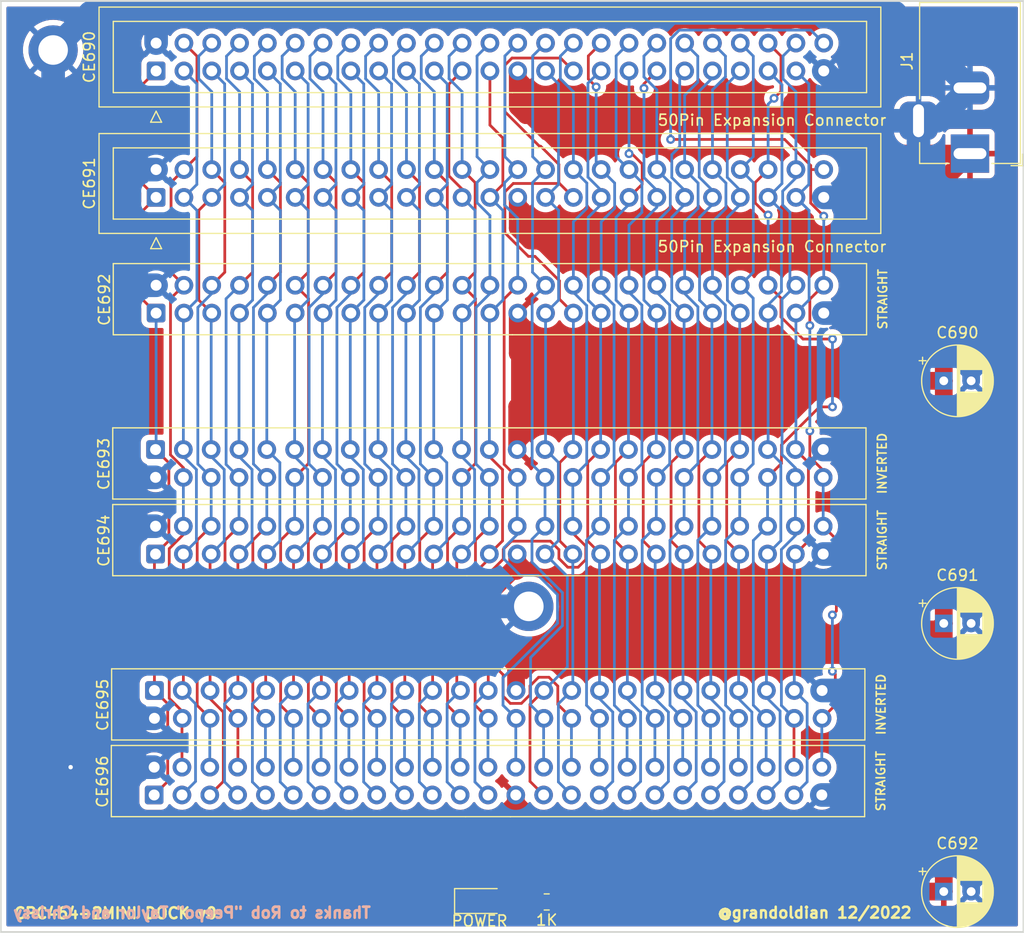
<source format=kicad_pcb>
(kicad_pcb (version 20211014) (generator pcbnew)
  (layers (0 "F.Cu" signal) (31 "B.Cu" signal) (34 "B.Paste" user) (35 "F.Paste" user) (36 "B.SilkS" user "B.Silkscreen") (37 "F.SilkS" user "F.Silkscreen") (38 "B.Mask" user) (39 "F.Mask" user) (44 "Edge.Cuts" user))
  (net 0 "")
  (net 1 "GND")
  (net 2 "Net-(D690-Pad2)")
  (net 3 "+5V")
  (net 4 "SOUND")
  (net 5 "/A15")
  (net 6 "/A14")
  (net 7 "/A13")
  (net 8 "/A12")
  (net 9 "/A11")
  (net 10 "/A10")
  (net 11 "/A9")
  (net 12 "/A8")
  (net 13 "/A7")
  (net 14 "/A6")
  (net 15 "/A5")
  (net 16 "/A4")
  (net 17 "/A3")
  (net 18 "/A2")
  (net 19 "/A1")
  (net 20 "/A0")
  (net 21 "/D7")
  (net 22 "/D6")
  (net 23 "/D5")
  (net 24 "/D4")
  (net 25 "/D3")
  (net 26 "/D2")
  (net 27 "/D1")
  (net 28 "/D0")
  (net 29 "MREQ")
  (net 30 "M1")
  (net 31 "RFSH")
  (net 32 "IORQ")
  (net 33 "RD")
  (net 34 "WR")
  (net 35 "HALT")
  (net 36 "INT")
  (net 37 "NMI")
  (net 38 "BUSRQ")
  (net 39 "BUSAK")
  (net 40 "READY")
  (net 41 "BUS")
  (net 42 "RESET")
  (net 43 "ROMEN")
  (net 44 "ROMDIS")
  (net 45 "RAMRD")
  (net 46 "RAMDIS")
  (net 47 "CURSOR")
  (net 48 "LPEN")
  (net 49 "EXP")
  (net 50 "A100")
  (footprint "Resistor_SMD:R_0805_2012Metric" (layer "F.Cu") (at 83.3406 103.7676)
    (fp_text reference "R690" hide)
    (fp_text value "1K")
  )
  (footprint "MountingHole:MountingHole_2.7mm_M2.5_ISO14580_Pad" (layer "F.Cu") (at 81.7068 76.7792)
    (fp_text reference "H7" hide)
    (fp_text value "MountingHole" hide)
  )
  (footprint "Capacitor_THT:CP_Radial_D6.3mm_P2.50mm" (layer "F.Cu") (at 119.5946 102.8192)
    (fp_text reference "C692")
    (fp_text value "100uF")
  )
  (footprint "CPC464-MINI:EXPANSION_IDC_ANONYMISED" (layer "F.Cu") (at 47.6758 27.8892 90)
    (fp_text reference "CE690")
    (fp_text value "50Pin Expansion Connector")
  )
  (footprint "Capacitor_THT:CP_Radial_D6.3mm_P2.50mm" (layer "F.Cu") (at 119.5946 56.1848)
    (fp_text reference "C690")
    (fp_text value "100uF")
  )
  (footprint "MountingHole:MountingHole_2.7mm_M2.5_ISO14580_Pad" (layer "F.Cu") (at 38.2728 25.9792)
    (fp_text reference "H1" hide)
    (fp_text value "MountingHole" hide)
  )
  (footprint "LED_SMD:LED_1206_3216Metric" (layer "F.Cu") (at 77.213 103.6828)
    (fp_text reference "D690" hide)
    (fp_text value "POWER")
  )
  (footprint "CPC464-MINI:EXPANSION_IDC_EXP_STRAIGHT" (layer "F.Cu") (at 47.498 94 90)
    (fp_text reference "CE696")
    (fp_text value "STRAIGHT")
  )
  (footprint "Connector_BarrelJack:BarrelJack_Horizontal" (layer "F.Cu") (at 121.9885 35.4386 -90)
    (fp_text reference "J1")
    (fp_text value "DC INPUT")
  )
  (footprint "CPC464-MINI:EXPANSION_IDC_ANONYMISED" (layer "F.Cu") (at 47.6758 39.4367 90)
    (fp_text reference "CE691")
    (fp_text value "50Pin Expansion Connector")
  )
  (footprint "CPC464-MINI:EXPANSION_IDC_EXP_INVERTED" (layer "F.Cu") (at 47.625 65 90)
    (fp_text reference "CE693")
    (fp_text value "INVERTED")
  )
  (footprint "CPC464-MINI:EXPANSION_IDC_EXP_STRAIGHT" (layer "F.Cu") (at 47.6758 50 90)
    (fp_text reference "CE692")
    (fp_text value "STRAIGHT")
  )
  (footprint "CPC464-MINI:EXPANSION_IDC_EXP_INVERTED" (layer "F.Cu") (at 47.5234 87 90)
    (fp_text reference "CE695")
    (fp_text value "INVERTED")
  )
  (footprint "CPC464-MINI:EXPANSION_IDC_EXP_STRAIGHT" (layer "F.Cu") (at 47.625 72 90)
    (fp_text reference "CE694")
    (fp_text value "STRAIGHT")
  )
  (footprint "Capacitor_THT:CP_Radial_D6.3mm_P2.50mm" (layer "F.Cu") (at 119.5946 78.3336)
    (fp_text reference "C691")
    (fp_text value "100uF")
  )
  (gr_rect (start 33.4976 21.5088) (end 126.868 106.5088) (layer "Edge.Cuts") (width 0.15) (fill none))
  (gr_text "Thanks to Rob {dblquote}Peepo{dblquote} Taylor and Chrissy" (at 50.9524 104.7496) (layer "B.SilkS") (effects (font (size 1 1) (thickness 0.25)) (justify mirror)))
  (gr_text "@grandoldian 12/2022" (at 107.7976 104.7496) (layer "F.SilkS") (effects (font (size 1 1) (thickness 0.225))))
  (gr_text "CPC464-2MINI DOCK v0" (at 43.9674 104.8004) (layer "F.SilkS") (effects (font (size 1 1) (thickness 0.225))))
  (segment (start 75.813 103.6828) (end 75.813 103.683) (width 0.25) (layer "F.Cu") (net 1))
  (segment (start 75.813 103.683) (end 52.0954 103.683) (width 0.25) (layer "F.Cu") (net 1))
  (segment (start 52.0954 103.683) (end 39.8726 91.46) (width 0.25) (layer "F.Cu") (net 1))
  (via (at 39.8726 91.46) (size 0.8) (drill 0.4) (layers "F.Cu" "B.Cu") (net 1))
  (segment (start 47.6758 22.851) (end 47.4136 22.5888) (width 2.16) (layer "B.Cu") (net 1))
  (segment (start 47.6758 36.8967) (end 38.6937 36.8967) (width 2.16) (layer "B.Cu") (net 1))
  (segment (start 121.988 29.4386) (end 115.139 22.5888) (width 2.16) (layer "B.Cu") (net 1))
  (segment (start 122.095 102.819) (end 122.095 99.8163) (width 1.62) (layer "B.Cu") (net 1))
  (segment (start 117.162 39.4367) (end 117.288 39.3105) (width 2.16) (layer "B.Cu") (net 1))
  (segment (start 122.095 56.1848) (end 122.095 55.6191) (width 1.62) (layer "B.Cu") (net 1))
  (segment (start 122.095 77.2022) (end 120.72 75.8277) (width 1.62) (layer "B.Cu") (net 1))
  (segment (start 117.288 84.0065) (end 117.288 92.0075) (width 2.16) (layer "B.Cu") (net 1))
  (segment (start 110.9105 30.1639) (end 108.6358 27.8892) (width 0.25) (layer "B.Cu") (net 1))
  (segment (start 117.288 32.4386) (end 117.288 39.3105) (width 2.16) (layer "B.Cu") (net 1))
  (segment (start 117.288 54.1949) (end 117.288 62.9071) (width 2.16) (layer "B.Cu") (net 1))
  (segment (start 38.2728 25.9792) (end 38.2728 37.3176) (width 2.16) (layer "B.Cu") (net 1))
  (segment (start 108.636 50) (end 108.6358 50) (width 0.25) (layer "B.Cu") (net 1))
  (segment (start 122.095 55.6191) (end 122.095 55.0534) (width 1.62) (layer "B.Cu") (net 1))
  (segment (start 113.185 32.4386) (end 110.9105 30.1639) (width 2.16) (layer "B.Cu") (net 1))
  (segment (start 121.236 54.1949) (end 117.288 54.1949) (width 1.62) (layer "B.Cu") (net 1))
  (segment (start 116.937 50) (end 117.288 49.6483) (width 2.16) (layer "B.Cu") (net 1))
  (segment (start 120.72 75.8277) (end 117.339 75.8277) (width 1.62) (layer "B.Cu") (net 1))
  (segment (start 38.3808 65) (end 38.2728 64.892) (width 2.16) (layer "B.Cu") (net 1))
  (segment (start 115.296 94) (end 108.458 94) (width 2.16) (layer "B.Cu") (net 1))
  (segment (start 47.625 65) (end 38.3808 65) (width 2.16) (layer "B.Cu") (net 1))
  (segment (start 115.139 22.5888) (end 47.4136 22.5888) (width 2.16) (layer "B.Cu") (net 1))
  (segment (start 116.841 62.46) (end 117.288 62.9071) (width 2.16) (layer "B.Cu") (net 1))
  (segment (start 122.095 78.3336) (end 122.095 77.7679) (width 1.62) (layer "B.Cu") (net 1))
  (segment (start 38.2728 64.892) (end 38.2728 69.3216) (width 2.16) (layer "B.Cu") (net 1))
  (segment (start 41.6632 22.5888) (end 38.2728 25.9792) (width 2.16) (layer "B.Cu") (net 1))
  (segment (start 122.095 99.8163) (end 122.095 96.8136) (width 1.62) (layer "B.Cu") (net 1))
  (segment (start 117.2885 32.4386) (end 118.988 32.4386) (width 2.16) (layer "B.Cu") (net 1))
  (segment (start 120.4885 30.9386) (end 121.9885 29.4386) (width 0.25) (layer "B.Cu") (net 1))
  (segment (start 122.095 77.7679) (end 122.095 77.2022) (width 1.62) (layer "B.Cu") (net 1))
  (segment (start 108.636 39.4367) (end 117.162 39.4367) (width 2.16) (layer "B.Cu") (net 1))
  (segment (start 122.0946 55.6195) (end 122.0946 56.1848) (width 0.25) (layer "B.Cu") (net 1))
  (segment (start 117.288 49.6483) (end 117.288 54.1949) (width 2.16) (layer "B.Cu") (net 1))
  (segment (start 47.625 69.46) (end 38.4112 69.46) (width 2.16) (layer "B.Cu") (net 1))
  (segment (start 122.0946 77.7683) (end 122.0946 78.3336) (width 0.25) (layer "B.Cu") (net 1))
  (segment (start 108.585 62.46) (end 116.841 62.46) (width 2.16) (layer "B.Cu") (net 1))
  (segment (start 122.095 99.8163) (end 122.0946 99.8167) (width 0.25) (layer "B.Cu") (net 1))
  (segment (start 122.095 96.8136) (end 117.288 92.0075) (width 1.62) (layer "B.Cu") (net 1))
  (segment (start 38.2728 89.8602) (end 39.8726 91.46) (width 2.16) (layer "B.Cu") (net 1))
  (segment (start 122.095 55.0534) (end 121.236 54.1949) (width 1.62) (layer "B.Cu") (net 1))
  (segment (start 38.2728 37.3176) (end 38.2728 46.8834) (width 2.16) (layer "B.Cu") (net 1))
  (segment (start 117.288 32.4386) (end 113.185 32.4386) (width 2.16) (layer "B.Cu") (net 1))
  (segment (start 117.339 75.8277) (end 117.288 75.8785) (width 1.62) (layer "B.Cu") (net 1))
  (segment (start 38.2728 78.5926) (end 40.0862 76.7792) (width 2.16) (layer "B.Cu") (net 1))
  (segment (start 108.585 72) (end 116.856 72) (width 2.16) (layer "B.Cu") (net 1))
  (segment (start 122.095 55.6191) (end 122.0946 55.6195) (width 0.25) (layer "B.Cu") (net 1))
  (segment (start 38.2828 87) (end 38.2728 86.99) (width 2.16) (layer "B.Cu") (net 1))
  (segment (start 117.288 62.9071) (end 117.288 72.4321) (width 2.16) (layer "B.Cu") (net 1))
  (segment (start 122.0946 99.8167) (end 122.0946 102.8192) (width 0.25) (layer "B.Cu") (net 1))
  (segment (start 110.9105 30.1639) (end 108.636 27.8892) (width 2.16) (layer "B.Cu") (net 1))
  (segment (start 38.4112 69.46) (end 38.2728 69.3216) (width 2.16) (layer "B.Cu") (net 1))
  (segment (start 38.2728 69.3216) (end 38.2728 78.5926) (width 2.16) (layer "B.Cu") (net 1))
  (segment (start 108.636 39.4367) (end 108.6358 39.4367) (width 0.25) (layer "B.Cu") (net 1))
  (segment (start 47.6758 25.3492) (end 47.6758 22.851) (width 2.16) (layer "B.Cu") (net 1))
  (segment (start 39.8726 91.46) (end 47.498 91.46) (width 2.16) (layer "B.Cu") (net 1))
  (segment (start 38.2728 86.99) (end 38.2728 89.8602) (width 2.16) (layer "B.Cu") (net 1))
  (segment (start 38.6937 36.8967) (end 38.2728 37.3176) (width 2.16) (layer "B.Cu") (net 1))
  (segment (start 38.2728 46.8834) (end 38.2728 64.892) (width 2.16) (layer "B.Cu") (net 1))
  (segment (start 117.288 32.4386) (end 117.2885 32.4386) (width 2.16) (layer "B.Cu") (net 1))
  (segment (start 122.095 77.7679) (end 122.0946 77.7683) (width 0.25) (layer "B.Cu") (net 1))
  (segment (start 120.488 30.9386) (end 120.4885 30.9386) (width 0.25) (layer "B.Cu") (net 1))
  (segment (start 108.4834 84.46) (end 116.835 84.46) (width 2.16) (layer "B.Cu") (net 1))
  (segment (start 120.488 30.9386) (end 121.988 29.4386) (width 2.16) (layer "B.Cu") (net 1))
  (segment (start 116.856 72) (end 117.288 72.4321) (width 2.16) (layer "B.Cu") (net 1))
  (segment (start 117.288 75.8785) (end 117.288 84.0065) (width 2.16) (layer "B.Cu") (net 1))
  (segment (start 38.8494 47.46) (end 38.2728 46.8834) (width 2.16) (layer "B.Cu") (net 1))
  (segment (start 108.636 50) (end 116.937 50) (width 2.16) (layer "B.Cu") (net 1))
  (segment (start 38.2728 78.5926) (end 38.2728 86.99) (width 2.16) (layer "B.Cu") (net 1))
  (segment (start 117.288 39.3105) (end 117.288 49.6483) (width 2.16) (layer "B.Cu") (net 1))
  (segment (start 117.288 92.0075) (end 115.296 94) (width 2.16) (layer "B.Cu") (net 1))
  (segment (start 117.288 72.4321) (end 117.288 75.8785) (width 2.16) (layer "B.Cu") (net 1))
  (segment (start 116.835 84.46) (end 117.288 84.0065) (width 2.16) (layer "B.Cu") (net 1))
  (segment (start 40.0862 76.7792) (end 81.7068 76.7792) (width 2.16) (layer "B.Cu") (net 1))
  (segment (start 118.988 32.4386) (end 120.488 30.9386) (width 2.16) (layer "B.Cu") (net 1))
  (segment (start 47.4136 22.5888) (end 41.6632 22.5888) (width 2.16) (layer "B.Cu") (net 1))
  (segment (start 47.5234 87) (end 38.2828 87) (width 2.16) (layer "B.Cu") (net 1))
  (segment (start 47.6758 47.46) (end 38.8494 47.46) (width 2.16) (layer "B.Cu") (net 1))
  (segment (start 78.613 103.683) (end 78.613 103.6828) (width 0.25) (layer "F.Cu") (net 2))
  (segment (start 78.6978 103.768) (end 78.613 103.683) (width 0.25) (layer "F.Cu") (net 2))
  (segment (start 82.4277 103.768) (end 82.4281 103.7676) (width 0.25) (layer "F.Cu") (net 2))
  (segment (start 82.4277 103.768) (end 78.6978 103.768) (width 0.25) (layer "F.Cu") (net 2))
  (segment (start 82.4281 103.768) (end 82.4277 103.768) (width 0.25) (layer "F.Cu") (net 2))
  (segment (start 80.6958 42.2402) (end 80.6958 39.4367) (width 1.62) (layer "F.Cu") (net 3))
  (segment (start 80.5434 81.28) (end 80.5434 84.46) (width 1.62) (layer "F.Cu") (net 3))
  (segment (start 119.595 37.8325) (end 121.988 35.4386) (width 1.62) (layer "F.Cu") (net 3))
  (segment (start 80.6011 81.2223) (end 80.5434 81.28) (width 1.62) (layer "F.Cu") (net 3))
  (segment (start 80.6011 81.2223) (end 79.2768 81.2223) (width 1.62) (layer "F.Cu") (net 3))
  (segment (start 114.56 35.4386) (end 111.049 31.9278) (width 1.62) (layer "F.Cu") (net 3))
  (segment (start 116.706 81.2223) (end 80.6011 81.2223) (width 1.62) (layer "F.Cu") (net 3))
  (segment (start 86.4616 102.235) (end 87.0458 102.819) (width 1.62) (layer "F.Cu") (net 3))
  (segment (start 119.5944 102.819) (end 119.595 102.819) (width 1.62) (layer "F.Cu") (net 3))
  (segment (start 119.595 78.3336) (end 119.5948 78.3338) (width 1.62) (layer "F.Cu") (net 3))
  (segment (start 83.2104 56.1848) (end 83.0072 56.1848) (width 1.62) (layer "F.Cu") (net 3))
  (segment (start 81.8248 43.3692) (end 80.6958 42.2402) (width 1.62) (layer "F.Cu") (net 3))
  (segment (start 119.595 56.1848) (end 119.5946 56.1848) (width 1.62) (layer "F.Cu") (net 3))
  (segment (start 86.4616 102.235) (end 80.518 96.2914) (width 1.62) (layer "F.Cu") (net 3))
  (segment (start 119.595 43.3692) (end 81.8248 43.3692) (width 1.62) (layer "F.Cu") (net 3))
  (segment (start 83.2104 56.1848) (end 80.6958 53.6702) (width 1.62) (layer "F.Cu") (net 3))
  (segment (start 119.595 43.3692) (end 119.595 37.8325) (width 1.62) (layer "F.Cu") (net 3))
  (segment (start 80.645 73.4822) (end 80.645 72) (width 1.62) (layer "F.Cu") (net 3))
  (segment (start 119.595 102.819) (end 119.595 78.3336) (width 1.62) (layer "F.Cu") (net 3))
  (segment (start 84.2531 103.768) (end 84.929 103.768) (width 0.25) (layer "F.Cu") (net 3))
  (segment (start 87.0458 102.819) (end 119.5944 102.819) (width 1.62) (layer "F.Cu") (net 3))
  (segment (start 84.929 103.768) (end 86.4616 102.235) (width 0.25) (layer "F.Cu") (net 3))
  (segment (start 80.6958 31.1658) (end 80.6958 27.8892) (width 1.62) (layer "F.Cu") (net 3))
  (segment (start 119.5946 78.3336) (end 119.5948 78.3338) (width 0.25) (layer "F.Cu") (net 3))
  (segment (start 119.5948 78.3338) (end 116.706 81.2223) (width 1.62) (layer "F.Cu") (net 3))
  (segment (start 84.2531 103.7676) (end 84.2531 103.768) (width 0.25) (layer "F.Cu") (net 3))
  (segment (start 80.6958 53.6702) (end 80.6958 50) (width 1.62) (layer "F.Cu") (net 3))
  (segment (start 77.6478 76.0222) (end 80.137 73.533) (width 1.62) (layer "F.Cu") (net 3))
  (segment (start 119.595 56.1848) (end 119.595 43.3692) (width 1.62) (layer "F.Cu") (net 3))
  (segment (start 83.0072 56.1848) (end 80.645 58.547) (width 1.62) (layer "F.Cu") (net 3))
  (segment (start 77.6478 79.5933) (end 77.6478 76.0222) (width 1.62) (layer "F.Cu") (net 3))
  (segment (start 119.595 78.3336) (end 119.595 56.1848) (width 1.62) (layer "F.Cu") (net 3))
  (segment (start 111.049 31.9278) (end 81.4578 31.9278) (width 1.62) (layer "F.Cu") (net 3))
  (segment (start 80.137 73.533) (end 80.5942 73.533) (width 1.62) (layer "F.Cu") (net 3))
  (segment (start 80.5942 73.533) (end 80.645 73.4822) (width 1.62) (layer "F.Cu") (net 3))
  (segment (start 121.988 35.4386) (end 114.56 35.4386) (width 1.62) (layer "F.Cu") (net 3))
  (segment (start 119.5944 102.819) (end 119.5946 102.8192) (width 0.25) (layer "F.Cu") (net 3))
  (segment (start 79.2768 81.2223) (end 77.6478 79.5933) (width 1.62) (layer "F.Cu") (net 3))
  (segment (start 80.645 58.547) (end 80.645 62.46) (width 1.62) (layer "F.Cu") (net 3))
  (segment (start 121.9885 35.4386) (end 121.988 35.4386) (width 0.25) (layer "F.Cu") (net 3))
  (segment (start 80.518 96.2914) (end 80.518 94) (width 1.62) (layer "F.Cu") (net 3))
  (segment (start 81.4578 31.9278) (end 80.6958 31.1658) (width 1.62) (layer "F.Cu") (net 3))
  (segment (start 119.5946 56.1848) (end 83.2104 56.1848) (width 1.62) (layer "F.Cu") (net 3))
  (segment (start 48.7349 85.6715) (end 48.7349 92.7631) (width 0.25) (layer "F.Cu") (net 4))
  (segment (start 47.6758 50) (end 46.5006 48.8248) (width 0.25) (layer "F.Cu") (net 4))
  (segment (start 48.8425 63.6775) (end 47.625 62.46) (width 0.25) (layer "F.Cu") (net 4))
  (segment (start 46.5006 48.8248) (end 46.5006 40.6119) (width 0.25) (layer "F.Cu") (net 4))
  (segment (start 47.5234 72.1016) (end 47.5234 84.46) (width 0.25) (layer "F.Cu") (net 4))
  (segment (start 47.6758 27.8892) (end 46.4907 29.0743) (width 0.25) (layer "F.Cu") (net 4))
  (segment (start 46.5006 40.6119) (end 47.6758 39.4367) (width 0.25) (layer "F.Cu") (net 4))
  (segment (start 46.4907 29.0743) (end 46.4907 38.2516) (width 0.25) (layer "F.Cu") (net 4))
  (segment (start 48.8425 70.7825) (end 48.8425 63.6775) (width 0.25) (layer "F.Cu") (net 4))
  (segment (start 47.625 72) (end 47.5234 72.1016) (width 0.25) (layer "F.Cu") (net 4))
  (segment (start 47.5234 84.46) (end 48.7349 85.6715) (width 0.25) (layer "F.Cu") (net 4))
  (segment (start 48.7349 92.7631) (end 47.498 94) (width 0.25) (layer "F.Cu") (net 4))
  (segment (start 46.4907 38.2516) (end 47.6758 39.4367) (width 0.25) (layer "F.Cu") (net 4))
  (segment (start 47.625 72) (end 48.8425 70.7825) (width 0.25) (layer "F.Cu") (net 4))
  (segment (start 47.6758 62.4092) (end 47.6758 50) (width 0.25) (layer "B.Cu") (net 4))
  (segment (start 47.625 62.46) (end 47.6758 62.4092) (width 0.25) (layer "B.Cu") (net 4))
  (segment (start 50.165 72) (end 50.165 84.3584) (width 0.25) (layer "F.Cu") (net 5))
  (segment (start 50.165 84.3584) (end 50.0634 84.46) (width 0.25) (layer "F.Cu") (net 5))
  (segment (start 50.2158 39.4367) (end 51.4064 40.6273) (width 0.25) (layer "B.Cu") (net 5))
  (segment (start 50.165 63.0967) (end 51.3556 64.2873) (width 0.25) (layer "B.Cu") (net 5))
  (segment (start 50.2158 50) (end 50.165 50.0508) (width 0.25) (layer "B.Cu") (net 5))
  (segment (start 51.2749 92.7631) (end 51.2749 85.6715) (width 0.25) (layer "B.Cu") (net 5))
  (segment (start 51.3959 29.0693) (end 51.3959 38.2566) (width 0.25) (layer "B.Cu") (net 5))
  (segment (start 51.3959 38.2566) (end 50.2158 39.4367) (width 0.25) (layer "B.Cu") (net 5))
  (segment (start 50.2158 27.8892) (end 51.3959 29.0693) (width 0.25) (layer "B.Cu") (net 5))
  (segment (start 50.165 62.46) (end 50.165 63.0967) (width 0.25) (layer "B.Cu") (net 5))
  (segment (start 50.038 94) (end 51.2749 92.7631) (width 0.25) (layer "B.Cu") (net 5))
  (segment (start 51.4064 48.8094) (end 50.2158 50) (width 0.25) (layer "B.Cu") (net 5))
  (segment (start 51.2749 85.6715) (end 50.0634 84.46) (width 0.25) (layer "B.Cu") (net 5))
  (segment (start 51.3556 64.2873) (end 51.3556 70.8094) (width 0.25) (layer "B.Cu") (net 5))
  (segment (start 51.4064 40.6273) (end 51.4064 48.8094) (width 0.25) (layer "B.Cu") (net 5))
  (segment (start 50.165 50.0508) (end 50.165 62.46) (width 0.25) (layer "B.Cu") (net 5))
  (segment (start 51.3556 70.8094) (end 50.165 72) (width 0.25) (layer "B.Cu") (net 5))
  (segment (start 48.9898 48.686) (end 48.9898 62.9467) (width 0.25) (layer "F.Cu") (net 6))
  (segment (start 50.0634 87) (end 50.038 87.0254) (width 0.25) (layer "F.Cu") (net 6))
  (segment (start 50.2158 36.8967) (end 49.0406 38.0719) (width 0.25) (layer "F.Cu") (net 6))
  (segment (start 51.4064 26.5398) (end 51.4064 35.7061) (width 0.25) (layer "F.Cu") (net 6))
  (segment (start 50.038 87.0254) (end 50.038 91.46) (width 0.25) (layer "F.Cu") (net 6))
  (segment (start 49.0406 46.2848) (end 50.2158 47.46) (width 0.25) (layer "F.Cu") (net 6))
  (segment (start 48.8758 71.5066) (end 50.165 70.2174) (width 0.25) (layer "F.Cu") (net 6))
  (segment (start 51.4064 35.7061) (end 50.2158 36.8967) (width 0.25) (layer "F.Cu") (net 6))
  (segment (start 49.0406 38.0719) (end 49.0406 46.2848) (width 0.25) (layer "F.Cu") (net 6))
  (segment (start 48.9898 62.9467) (end 50.165 64.1219) (width 0.25) (layer "F.Cu") (net 6))
  (segment (start 50.2158 25.3492) (end 51.4064 26.5398) (width 0.25) (layer "F.Cu") (net 6))
  (segment (start 50.0634 87) (end 50.0634 86.3633) (width 0.25) (layer "F.Cu") (net 6))
  (segment (start 50.0634 86.3633) (end 48.8758 85.1757) (width 0.25) (layer "F.Cu") (net 6))
  (segment (start 48.8758 85.1757) (end 48.8758 71.5066) (width 0.25) (layer "F.Cu") (net 6))
  (segment (start 50.165 70.2174) (end 50.165 69.46) (width 0.25) (layer "F.Cu") (net 6))
  (segment (start 50.165 64.1219) (end 50.165 65) (width 0.25) (layer "F.Cu") (net 6))
  (segment (start 50.2158 47.46) (end 48.9898 48.686) (width 0.25) (layer "F.Cu") (net 6))
  (segment (start 50.165 69.46) (end 50.165 65) (width 0.25) (layer "B.Cu") (net 6))
  (segment (start 52.578 94) (end 53.8125 92.7655) (width 0.25) (layer "F.Cu") (net 7))
  (segment (start 52.6034 72.1016) (end 52.6034 84.46) (width 0.25) (layer "F.Cu") (net 7))
  (segment (start 52.7558 39.4367) (end 51.5757 40.6168) (width 0.25) (layer "F.Cu") (net 7))
  (segment (start 51.5757 40.6168) (end 51.5757 48.8199) (width 0.25) (layer "F.Cu") (net 7))
  (segment (start 52.6034 85.2173) (end 52.6034 84.46) (width 0.25) (layer "F.Cu") (net 7))
  (segment (start 52.705 72) (end 52.6034 72.1016) (width 0.25) (layer "F.Cu") (net 7))
  (segment (start 53.8125 86.4264) (end 52.6034 85.2173) (width 0.25) (layer "F.Cu") (net 7))
  (segment (start 53.8125 92.7655) (end 53.8125 86.4264) (width 0.25) (layer "F.Cu") (net 7))
  (segment (start 51.5757 48.8199) (end 52.7558 50) (width 0.25) (layer "F.Cu") (net 7))
  (segment (start 53.8956 64.2873) (end 53.8956 70.8094) (width 0.25) (layer "B.Cu") (net 7))
  (segment (start 52.7558 27.8892) (end 53.9359 29.0693) (width 0.25) (layer "B.Cu") (net 7))
  (segment (start 52.705 63.0967) (end 53.8956 64.2873) (width 0.25) (layer "B.Cu") (net 7))
  (segment (start 52.705 50.0508) (end 52.705 62.46) (width 0.25) (layer "B.Cu") (net 7))
  (segment (start 52.7558 50) (end 52.705 50.0508) (width 0.25) (layer "B.Cu") (net 7))
  (segment (start 53.9359 38.2566) (end 52.7558 39.4367) (width 0.25) (layer "B.Cu") (net 7))
  (segment (start 53.8956 70.8094) (end 52.705 72) (width 0.25) (layer "B.Cu") (net 7))
  (segment (start 53.9359 29.0693) (end 53.9359 38.2566) (width 0.25) (layer "B.Cu") (net 7))
  (segment (start 52.705 62.46) (end 52.705 63.0967) (width 0.25) (layer "B.Cu") (net 7))
  (segment (start 51.4282 85.8248) (end 52.6034 87) (width 0.25) (layer "F.Cu") (net 8))
  (segment (start 52.7558 36.8967) (end 53.9464 38.0873) (width 0.25) (layer "F.Cu") (net 8))
  (segment (start 52.705 69.46) (end 51.4282 70.7368) (width 0.25) (layer "F.Cu") (net 8))
  (segment (start 53.9464 46.2694) (end 52.7558 47.46) (width 0.25) (layer "F.Cu") (net 8))
  (segment (start 51.4282 70.7368) (end 51.4282 85.8248) (width 0.25) (layer "F.Cu") (net 8))
  (segment (start 53.9464 38.0873) (end 53.9464 46.2694) (width 0.25) (layer "F.Cu") (net 8))
  (segment (start 51.5652 28.6019) (end 51.5652 26.5398) (width 0.25) (layer "B.Cu") (net 8))
  (segment (start 51.4858 49.4874) (end 52.7558 48.2174) (width 0.25) (layer "B.Cu") (net 8))
  (segment (start 51.5652 26.5398) (end 52.7558 25.3492) (width 0.25) (layer "B.Cu") (net 8))
  (segment (start 52.705 65) (end 51.4858 63.7808) (width 0.25) (layer "B.Cu") (net 8))
  (segment (start 52.6034 87) (end 52.578 87.0254) (width 0.25) (layer "B.Cu") (net 8))
  (segment (start 52.578 87.0254) (end 52.578 91.46) (width 0.25) (layer "B.Cu") (net 8))
  (segment (start 51.4858 63.7808) (end 51.4858 49.4874) (width 0.25) (layer "B.Cu") (net 8))
  (segment (start 52.7558 29.7925) (end 51.5652 28.6019) (width 0.25) (layer "B.Cu") (net 8))
  (segment (start 52.7558 36.8967) (end 52.7558 29.7925) (width 0.25) (layer "B.Cu") (net 8))
  (segment (start 52.705 69.46) (end 52.705 65) (width 0.25) (layer "B.Cu") (net 8))
  (segment (start 52.7558 48.2174) (end 52.7558 47.46) (width 0.25) (layer "B.Cu") (net 8))
  (segment (start 55.245 72) (end 55.1434 72.1016) (width 0.25) (layer "F.Cu") (net 9))
  (segment (start 55.1434 72.1016) (end 55.1434 84.46) (width 0.25) (layer "F.Cu") (net 9))
  (segment (start 55.2958 39.4367) (end 56.4864 40.6273) (width 0.25) (layer "B.Cu") (net 9))
  (segment (start 56.4864 40.6273) (end 56.4864 48.8094) (width 0.25) (layer "B.Cu") (net 9))
  (segment (start 56.4864 48.8094) (end 55.2958 50) (width 0.25) (layer "B.Cu") (net 9))
  (segment (start 56.4356 70.8094) (end 55.245 72) (width 0.25) (layer "B.Cu") (net 9))
  (segment (start 55.2958 50) (end 55.245 50.0508) (width 0.25) (layer "B.Cu") (net 9))
  (segment (start 55.245 62.46) (end 55.245 63.0967) (width 0.25) (layer "B.Cu") (net 9))
  (segment (start 56.4356 64.2873) (end 56.4356 70.8094) (width 0.25) (layer "B.Cu") (net 9))
  (segment (start 53.9274 85.676) (end 53.9274 92.8094) (width 0.25) (layer "B.Cu") (net 9))
  (segment (start 55.245 50.0508) (end 55.245 62.46) (width 0.25) (layer "B.Cu") (net 9))
  (segment (start 56.4759 29.0693) (end 56.4759 38.2566) (width 0.25) (layer "B.Cu") (net 9))
  (segment (start 53.9274 92.8094) (end 55.118 94) (width 0.25) (layer "B.Cu") (net 9))
  (segment (start 55.1434 84.46) (end 53.9274 85.676) (width 0.25) (layer "B.Cu") (net 9))
  (segment (start 55.245 63.0967) (end 56.4356 64.2873) (width 0.25) (layer "B.Cu") (net 9))
  (segment (start 55.2958 27.8892) (end 56.4759 29.0693) (width 0.25) (layer "B.Cu") (net 9))
  (segment (start 56.4759 38.2566) (end 55.2958 39.4367) (width 0.25) (layer "B.Cu") (net 9))
  (segment (start 55.118 91.46) (end 55.1434 91.4346) (width 0.25) (layer "F.Cu") (net 10))
  (segment (start 56.4864 38.0873) (end 56.4864 46.2694) (width 0.25) (layer "F.Cu") (net 10))
  (segment (start 55.2958 36.8967) (end 56.4864 38.0873) (width 0.25) (layer "F.Cu") (net 10))
  (segment (start 53.9682 70.7368) (end 53.9682 85.8248) (width 0.25) (layer "F.Cu") (net 10))
  (segment (start 55.245 69.46) (end 53.9682 70.7368) (width 0.25) (layer "F.Cu") (net 10))
  (segment (start 55.1434 91.4346) (end 55.1434 87) (width 0.25) (layer "F.Cu") (net 10))
  (segment (start 53.9682 85.8248) (end 55.1434 87) (width 0.25) (layer "F.Cu") (net 10))
  (segment (start 56.4864 46.2694) (end 55.2958 47.46) (width 0.25) (layer "F.Cu") (net 10))
  (segment (start 54.0677 48.6881) (end 54.0677 63.8227) (width 0.25) (layer "B.Cu") (net 10))
  (segment (start 55.245 69.46) (end 55.245 65) (width 0.25) (layer "B.Cu") (net 10))
  (segment (start 54.0677 63.8227) (end 55.245 65) (width 0.25) (layer "B.Cu") (net 10))
  (segment (start 55.2958 47.46) (end 54.0677 48.6881) (width 0.25) (layer "B.Cu") (net 10))
  (segment (start 54.1052 28.6019) (end 54.1052 26.5398) (width 0.25) (layer "B.Cu") (net 10))
  (segment (start 55.2958 29.7925) (end 54.1052 28.6019) (width 0.25) (layer "B.Cu") (net 10))
  (segment (start 54.1052 26.5398) (end 55.2958 25.3492) (width 0.25) (layer "B.Cu") (net 10))
  (segment (start 55.2958 36.8967) (end 55.2958 29.7925) (width 0.25) (layer "B.Cu") (net 10))
  (segment (start 57.6834 72.1016) (end 57.6834 84.46) (width 0.25) (layer "F.Cu") (net 11))
  (segment (start 57.785 72) (end 57.6834 72.1016) (width 0.25) (layer "F.Cu") (net 11))
  (segment (start 58.9756 70.8094) (end 57.785 72) (width 0.25) (layer "B.Cu") (net 11))
  (segment (start 57.8358 39.4367) (end 59.0264 40.6273) (width 0.25) (layer "B.Cu") (net 11))
  (segment (start 57.785 50.0508) (end 57.785 62.46) (width 0.25) (layer "B.Cu") (net 11))
  (segment (start 59.0159 38.2566) (end 57.8358 39.4367) (width 0.25) (layer "B.Cu") (net 11))
  (segment (start 57.6834 84.46) (end 56.4674 85.676) (width 0.25) (layer "B.Cu") (net 11))
  (segment (start 56.4674 85.676) (end 56.4674 92.8094) (width 0.25) (layer "B.Cu") (net 11))
  (segment (start 58.9756 63.6506) (end 58.9756 70.8094) (width 0.25) (layer "B.Cu") (net 11))
  (segment (start 59.0264 48.8094) (end 57.8358 50) (width 0.25) (layer "B.Cu") (net 11))
  (segment (start 59.0264 40.6273) (end 59.0264 48.8094) (width 0.25) (layer "B.Cu") (net 11))
  (segment (start 57.8358 50) (end 57.785 50.0508) (width 0.25) (layer "B.Cu") (net 11))
  (segment (start 56.4674 92.8094) (end 57.658 94) (width 0.25) (layer "B.Cu") (net 11))
  (segment (start 57.8358 27.8892) (end 59.0159 29.0693) (width 0.25) (layer "B.Cu") (net 11))
  (segment (start 59.0159 29.0693) (end 59.0159 38.2566) (width 0.25) (layer "B.Cu") (net 11))
  (segment (start 57.785 62.46) (end 58.9756 63.6506) (width 0.25) (layer "B.Cu") (net 11))
  (segment (start 57.8358 36.8967) (end 59.0264 38.0873) (width 0.25) (layer "F.Cu") (net 12))
  (segment (start 56.5082 70.7368) (end 56.5082 85.8248) (width 0.25) (layer "F.Cu") (net 12))
  (segment (start 59.0264 38.0873) (end 59.0264 46.2694) (width 0.25) (layer "F.Cu") (net 12))
  (segment (start 57.785 69.46) (end 56.5082 70.7368) (width 0.25) (layer "F.Cu") (net 12))
  (segment (start 59.0264 46.2694) (end 57.8358 47.46) (width 0.25) (layer "F.Cu") (net 12))
  (segment (start 56.5082 85.8248) (end 57.6834 87) (width 0.25) (layer "F.Cu") (net 12))
  (segment (start 57.6834 87) (end 57.658 87.0254) (width 0.25) (layer "B.Cu") (net 12))
  (segment (start 56.5658 63.7808) (end 56.5658 49.4874) (width 0.25) (layer "B.Cu") (net 12))
  (segment (start 57.8358 29.7925) (end 56.6452 28.6019) (width 0.25) (layer "B.Cu") (net 12))
  (segment (start 57.8358 48.2174) (end 57.8358 47.46) (width 0.25) (layer "B.Cu") (net 12))
  (segment (start 56.6452 28.6019) (end 56.6452 26.5398) (width 0.25) (layer "B.Cu") (net 12))
  (segment (start 57.658 87.0254) (end 57.658 91.46) (width 0.25) (layer "B.Cu") (net 12))
  (segment (start 56.6452 26.5398) (end 57.8358 25.3492) (width 0.25) (layer "B.Cu") (net 12))
  (segment (start 57.8358 36.8967) (end 57.8358 29.7925) (width 0.25) (layer "B.Cu") (net 12))
  (segment (start 57.785 69.46) (end 57.785 65) (width 0.25) (layer "B.Cu") (net 12))
  (segment (start 57.785 65) (end 56.5658 63.7808) (width 0.25) (layer "B.Cu") (net 12))
  (segment (start 56.5658 49.4874) (end 57.8358 48.2174) (width 0.25) (layer "B.Cu") (net 12))
  (segment (start 60.2234 72.1016) (end 60.2234 84.46) (width 0.25) (layer "F.Cu") (net 13))
  (segment (start 60.325 72) (end 60.2234 72.1016) (width 0.25) (layer "F.Cu") (net 13))
  (segment (start 61.5664 40.6273) (end 61.5664 48.8094) (width 0.25) (layer "B.Cu") (net 13))
  (segment (start 60.3758 50) (end 60.325 50.0508) (width 0.25) (layer "B.Cu") (net 13))
  (segment (start 59.0074 85.676) (end 59.0074 92.8094) (width 0.25) (layer "B.Cu") (net 13))
  (segment (start 60.325 63.0967) (end 61.5156 64.2873) (width 0.25) (layer "B.Cu") (net 13))
  (segment (start 60.325 62.46) (end 60.325 63.0967) (width 0.25) (layer "B.Cu") (net 13))
  (segment (start 61.5156 64.2873) (end 61.5156 70.8094) (width 0.25) (layer "B.Cu") (net 13))
  (segment (start 60.3758 27.8892) (end 61.5559 29.0693) (width 0.25) (layer "B.Cu") (net 13))
  (segment (start 59.0074 92.8094) (end 60.198 94) (width 0.25) (layer "B.Cu") (net 13))
  (segment (start 61.5559 38.2566) (end 60.3758 39.4367) (width 0.25) (layer "B.Cu") (net 13))
  (segment (start 60.3758 39.4367) (end 61.5664 40.6273) (width 0.25) (layer "B.Cu") (net 13))
  (segment (start 60.325 50.0508) (end 60.325 62.46) (width 0.25) (layer "B.Cu") (net 13))
  (segment (start 61.5156 70.8094) (end 60.325 72) (width 0.25) (layer "B.Cu") (net 13))
  (segment (start 61.5664 48.8094) (end 60.3758 50) (width 0.25) (layer "B.Cu") (net 13))
  (segment (start 61.5559 29.0693) (end 61.5559 38.2566) (width 0.25) (layer "B.Cu") (net 13))
  (segment (start 60.2234 84.46) (end 59.0074 85.676) (width 0.25) (layer "B.Cu") (net 13))
  (segment (start 61.595 63.73) (end 60.325 65) (width 0.25) (layer "F.Cu") (net 14))
  (segment (start 59.0482 70.7368) (end 59.0482 85.8248) (width 0.25) (layer "F.Cu") (net 14))
  (segment (start 61.5664 38.0873) (end 61.5664 46.2694) (width 0.25) (layer "F.Cu") (net 14))
  (segment (start 61.5664 46.2694) (end 60.3758 47.46) (width 0.25) (layer "F.Cu") (net 14))
  (segment (start 59.0482 85.8248) (end 60.2234 87) (width 0.25) (layer "F.Cu") (net 14))
  (segment (start 60.325 69.46) (end 59.0482 70.7368) (width 0.25) (layer "F.Cu") (net 14))
  (segment (start 60.3758 36.8967) (end 61.5664 38.0873) (width 0.25) (layer "F.Cu") (net 14))
  (segment (start 60.3758 47.46) (end 61.595 48.6792) (width 0.25) (layer "F.Cu") (net 14))
  (segment (start 61.595 48.6792) (end 61.595 63.73) (width 0.25) (layer "F.Cu") (net 14))
  (segment (start 59.1852 28.6019) (end 59.1852 26.5398) (width 0.25) (layer "B.Cu") (net 14))
  (segment (start 60.3758 36.8967) (end 60.3758 29.7925) (width 0.25) (layer "B.Cu") (net 14))
  (segment (start 60.198 87.0254) (end 60.198 91.46) (width 0.25) (layer "B.Cu") (net 14))
  (segment (start 60.3758 29.7925) (end 59.1852 28.6019) (width 0.25) (layer "B.Cu") (net 14))
  (segment (start 60.2234 87) (end 60.198 87.0254) (width 0.25) (layer "B.Cu") (net 14))
  (segment (start 59.1852 26.5398) (end 60.3758 25.3492) (width 0.25) (layer "B.Cu") (net 14))
  (segment (start 60.325 69.46) (end 60.325 65) (width 0.25) (layer "B.Cu") (net 14))
  (segment (start 62.865 72) (end 62.7634 72.1016) (width 0.25) (layer "F.Cu") (net 15))
  (segment (start 62.7634 72.1016) (end 62.7634 84.46) (width 0.25) (layer "F.Cu") (net 15))
  (segment (start 62.9158 50) (end 62.865 50.0508) (width 0.25) (layer "B.Cu") (net 15))
  (segment (start 61.5474 85.676) (end 62.7634 84.46) (width 0.25) (layer "B.Cu") (net 15))
  (segment (start 64.0556 70.8094) (end 62.865 72) (width 0.25) (layer "B.Cu") (net 15))
  (segment (start 64.0959 29.0693) (end 64.0959 38.2566) (width 0.25) (layer "B.Cu") (net 15))
  (segment (start 64.1064 48.8094) (end 62.9158 50) (width 0.25) (layer "B.Cu") (net 15))
  (segment (start 61.5474 92.8094) (end 61.5474 85.676) (width 0.25) (layer "B.Cu") (net 15))
  (segment (start 62.865 62.46) (end 62.865 63.0967) (width 0.25) (layer "B.Cu") (net 15))
  (segment (start 62.9158 27.8892) (end 64.0959 29.0693) (width 0.25) (layer "B.Cu") (net 15))
  (segment (start 62.865 50.0508) (end 62.865 62.46) (width 0.25) (layer "B.Cu") (net 15))
  (segment (start 64.1064 40.6273) (end 64.1064 48.8094) (width 0.25) (layer "B.Cu") (net 15))
  (segment (start 62.865 63.0967) (end 64.0556 64.2873) (width 0.25) (layer "B.Cu") (net 15))
  (segment (start 62.738 94) (end 61.5474 92.8094) (width 0.25) (layer "B.Cu") (net 15))
  (segment (start 62.9158 39.4367) (end 64.1064 40.6273) (width 0.25) (layer "B.Cu") (net 15))
  (segment (start 64.0959 38.2566) (end 62.9158 39.4367) (width 0.25) (layer "B.Cu") (net 15))
  (segment (start 64.0556 64.2873) (end 64.0556 70.8094) (width 0.25) (layer "B.Cu") (net 15))
  (segment (start 61.5791 85.8157) (end 61.5791 70.7459) (width 0.25) (layer "F.Cu") (net 16))
  (segment (start 62.7634 87) (end 61.5791 85.8157) (width 0.25) (layer "F.Cu") (net 16))
  (segment (start 64.1064 38.0873) (end 64.1064 46.2694) (width 0.25) (layer "F.Cu") (net 16))
  (segment (start 64.1064 46.2694) (end 62.9158 47.46) (width 0.25) (layer "F.Cu") (net 16))
  (segment (start 61.5791 70.7459) (end 62.865 69.46) (width 0.25) (layer "F.Cu") (net 16))
  (segment (start 62.9158 36.8967) (end 64.1064 38.0873) (width 0.25) (layer "F.Cu") (net 16))
  (segment (start 62.865 65) (end 61.6458 63.7808) (width 0.25) (layer "B.Cu") (net 16))
  (segment (start 61.7252 28.6019) (end 61.7252 26.5398) (width 0.25) (layer "B.Cu") (net 16))
  (segment (start 62.9158 48.2174) (end 62.9158 47.46) (width 0.25) (layer "B.Cu") (net 16))
  (segment (start 61.6458 63.7808) (end 61.6458 49.4874) (width 0.25) (layer "B.Cu") (net 16))
  (segment (start 62.7634 87) (end 62.738 87.0254) (width 0.25) (layer "B.Cu") (net 16))
  (segment (start 62.9158 29.7925) (end 61.7252 28.6019) (width 0.25) (layer "B.Cu") (net 16))
  (segment (start 62.738 87.0254) (end 62.738 91.46) (width 0.25) (layer "B.Cu") (net 16))
  (segment (start 61.7252 26.5398) (end 62.9158 25.3492) (width 0.25) (layer "B.Cu") (net 16))
  (segment (start 61.6458 49.4874) (end 62.9158 48.2174) (width 0.25) (layer "B.Cu") (net 16))
  (segment (start 62.9158 36.8967) (end 62.9158 29.7925) (width 0.25) (layer "B.Cu") (net 16))
  (segment (start 62.865 69.46) (end 62.865 65) (width 0.25) (layer "B.Cu") (net 16))
  (segment (start 65.405 72) (end 65.3034 72.1016) (width 0.25) (layer "F.Cu") (net 17))
  (segment (start 65.3034 72.1016) (end 65.3034 84.46) (width 0.25) (layer "F.Cu") (net 17))
  (segment (start 66.5956 64.2873) (end 66.5956 70.8094) (width 0.25) (layer "B.Cu") (net 17))
  (segment (start 65.3034 84.46) (end 64.0874 85.676) (width 0.25) (layer "B.Cu") (net 17))
  (segment (start 65.405 50.0508) (end 65.405 62.46) (width 0.25) (layer "B.Cu") (net 17))
  (segment (start 65.405 63.0967) (end 66.5956 64.2873) (width 0.25) (layer "B.Cu") (net 17))
  (segment (start 66.6359 38.2566) (end 65.4558 39.4367) (width 0.25) (layer "B.Cu") (net 17))
  (segment (start 66.5956 70.8094) (end 65.405 72) (width 0.25) (layer "B.Cu") (net 17))
  (segment (start 66.6464 40.6273) (end 66.6464 48.8094) (width 0.25) (layer "B.Cu") (net 17))
  (segment (start 64.0874 92.8094) (end 65.278 94) (width 0.25) (layer "B.Cu") (net 17))
  (segment (start 65.4558 50) (end 65.405 50.0508) (width 0.25) (layer "B.Cu") (net 17))
  (segment (start 66.6464 48.8094) (end 65.4558 50) (width 0.25) (layer "B.Cu") (net 17))
  (segment (start 65.4558 27.8892) (end 66.6359 29.0693) (width 0.25) (layer "B.Cu") (net 17))
  (segment (start 65.4558 39.4367) (end 66.6464 40.6273) (width 0.25) (layer "B.Cu") (net 17))
  (segment (start 66.6359 29.0693) (end 66.6359 38.2566) (width 0.25) (layer "B.Cu") (net 17))
  (segment (start 65.405 62.46) (end 65.405 63.0967) (width 0.25) (layer "B.Cu") (net 17))
  (segment (start 64.0874 85.676) (end 64.0874 92.8094) (width 0.25) (layer "B.Cu") (net 17))
  (segment (start 65.4558 36.8967) (end 66.6464 38.0873) (width 0.25) (layer "F.Cu") (net 18))
  (segment (start 64.1282 85.8248) (end 65.3034 87) (width 0.25) (layer "F.Cu") (net 18))
  (segment (start 66.6464 46.2694) (end 65.4558 47.46) (width 0.25) (layer "F.Cu") (net 18))
  (segment (start 66.6464 38.0873) (end 66.6464 46.2694) (width 0.25) (layer "F.Cu") (net 18))
  (segment (start 65.405 69.46) (end 64.1282 70.7368) (width 0.25) (layer "F.Cu") (net 18))
  (segment (start 64.1282 70.7368) (end 64.1282 85.8248) (width 0.25) (layer "F.Cu") (net 18))
  (segment (start 64.2652 28.6019) (end 64.2652 26.5398) (width 0.25) (layer "B.Cu") (net 18))
  (segment (start 65.4558 48.2174) (end 65.4558 47.46) (width 0.25) (layer "B.Cu") (net 18))
  (segment (start 65.3034 87) (end 65.278 87.0254) (width 0.25) (layer "B.Cu") (net 18))
  (segment (start 64.1858 63.7808) (end 64.1858 49.4874) (width 0.25) (layer "B.Cu") (net 18))
  (segment (start 65.4558 29.7925) (end 64.2652 28.6019) (width 0.25) (layer "B.Cu") (net 18))
  (segment (start 64.1858 49.4874) (end 65.4558 48.2174) (width 0.25) (layer "B.Cu") (net 18))
  (segment (start 64.2652 26.5398) (end 65.4558 25.3492) (width 0.25) (layer "B.Cu") (net 18))
  (segment (start 65.4558 36.8967) (end 65.4558 29.7925) (width 0.25) (layer "B.Cu") (net 18))
  (segment (start 65.405 69.46) (end 65.405 65) (width 0.25) (layer "B.Cu") (net 18))
  (segment (start 65.278 87.0254) (end 65.278 91.46) (width 0.25) (layer "B.Cu") (net 18))
  (segment (start 65.405 65) (end 64.1858 63.7808) (width 0.25) (layer "B.Cu") (net 18))
  (segment (start 67.8434 72.1016) (end 67.8434 84.46) (width 0.25) (layer "F.Cu") (net 19))
  (segment (start 67.945 72) (end 67.8434 72.1016) (width 0.25) (layer "F.Cu") (net 19))
  (segment (start 69.1759 38.2566) (end 67.9958 39.4367) (width 0.25) (layer "B.Cu") (net 19))
  (segment (start 67.9958 27.8892) (end 69.1759 29.0693) (width 0.25) (layer "B.Cu") (net 19))
  (segment (start 69.1759 29.0693) (end 69.1759 38.2566) (width 0.25) (layer "B.Cu") (net 19))
  (segment (start 67.9958 39.4367) (end 69.1864 40.6273) (width 0.25) (layer "B.Cu") (net 19))
  (segment (start 67.945 50.0508) (end 67.945 62.46) (width 0.25) (layer "B.Cu") (net 19))
  (segment (start 66.6274 92.8094) (end 67.818 94) (width 0.25) (layer "B.Cu") (net 19))
  (segment (start 67.8434 84.46) (end 66.6274 85.676) (width 0.25) (layer "B.Cu") (net 19))
  (segment (start 66.6274 85.676) (end 66.6274 92.8094) (width 0.25) (layer "B.Cu") (net 19))
  (segment (start 67.945 63.0967) (end 69.1356 64.2873) (width 0.25) (layer "B.Cu") (net 19))
  (segment (start 69.1864 40.6273) (end 69.1864 48.8094) (width 0.25) (layer "B.Cu") (net 19))
  (segment (start 67.9958 50) (end 67.945 50.0508) (width 0.25) (layer "B.Cu") (net 19))
  (segment (start 69.1356 70.8094) (end 67.945 72) (width 0.25) (layer "B.Cu") (net 19))
  (segment (start 67.945 62.46) (end 67.945 63.0967) (width 0.25) (layer "B.Cu") (net 19))
  (segment (start 69.1864 48.8094) (end 67.9958 50) (width 0.25) (layer "B.Cu") (net 19))
  (segment (start 69.1356 64.2873) (end 69.1356 70.8094) (width 0.25) (layer "B.Cu") (net 19))
  (segment (start 66.6682 85.8248) (end 67.8434 87) (width 0.25) (layer "F.Cu") (net 20))
  (segment (start 67.945 69.46) (end 66.6682 70.7368) (width 0.25) (layer "F.Cu") (net 20))
  (segment (start 67.9958 36.8967) (end 69.1864 38.0873) (width 0.25) (layer "F.Cu") (net 20))
  (segment (start 69.1864 38.0873) (end 69.1864 46.2694) (width 0.25) (layer "F.Cu") (net 20))
  (segment (start 66.6682 70.7368) (end 66.6682 85.8248) (width 0.25) (layer "F.Cu") (net 20))
  (segment (start 69.1864 46.2694) (end 67.9958 47.46) (width 0.25) (layer "F.Cu") (net 20))
  (segment (start 67.818 87.0254) (end 67.818 91.46) (width 0.25) (layer "B.Cu") (net 20))
  (segment (start 67.945 65) (end 66.7258 63.7808) (width 0.25) (layer "B.Cu") (net 20))
  (segment (start 66.8052 28.6019) (end 66.8052 26.5398) (width 0.25) (layer "B.Cu") (net 20))
  (segment (start 67.8434 87) (end 67.818 87.0254) (width 0.25) (layer "B.Cu") (net 20))
  (segment (start 66.7258 49.4874) (end 67.9958 48.2174) (width 0.25) (layer "B.Cu") (net 20))
  (segment (start 67.9958 29.7925) (end 66.8052 28.6019) (width 0.25) (layer "B.Cu") (net 20))
  (segment (start 66.7258 63.7808) (end 66.7258 49.4874) (width 0.25) (layer "B.Cu") (net 20))
  (segment (start 67.945 69.46) (end 67.945 65) (width 0.25) (layer "B.Cu") (net 20))
  (segment (start 66.8052 26.5398) (end 67.9958 25.3492) (width 0.25) (layer "B.Cu") (net 20))
  (segment (start 67.9958 36.8967) (end 67.9958 29.7925) (width 0.25) (layer "B.Cu") (net 20))
  (segment (start 67.9958 48.2174) (end 67.9958 47.46) (width 0.25) (layer "B.Cu") (net 20))
  (segment (start 70.485 72) (end 70.3834 72.1016) (width 0.25) (layer "F.Cu") (net 21))
  (segment (start 70.3834 72.1016) (end 70.3834 84.46) (width 0.25) (layer "F.Cu") (net 21))
  (segment (start 69.1674 85.676) (end 69.1674 92.8094) (width 0.25) (layer "B.Cu") (net 21))
  (segment (start 71.7159 29.0693) (end 71.7159 38.2566) (width 0.25) (layer "B.Cu") (net 21))
  (segment (start 70.485 50.0508) (end 70.485 62.46) (width 0.25) (layer "B.Cu") (net 21))
  (segment (start 70.5358 39.4367) (end 71.7264 40.6273) (width 0.25) (layer "B.Cu") (net 21))
  (segment (start 71.7264 40.6273) (end 71.7264 48.8094) (width 0.25) (layer "B.Cu") (net 21))
  (segment (start 71.6756 70.8094) (end 70.485 72) (width 0.25) (layer "B.Cu") (net 21))
  (segment (start 70.5358 50) (end 70.485 50.0508) (width 0.25) (layer "B.Cu") (net 21))
  (segment (start 69.1674 92.8094) (end 70.358 94) (width 0.25) (layer "B.Cu") (net 21))
  (segment (start 71.7159 38.2566) (end 70.5358 39.4367) (width 0.25) (layer "B.Cu") (net 21))
  (segment (start 71.7264 48.8094) (end 70.5358 50) (width 0.25) (layer "B.Cu") (net 21))
  (segment (start 70.3834 84.46) (end 69.1674 85.676) (width 0.25) (layer "B.Cu") (net 21))
  (segment (start 71.6756 64.2873) (end 71.6756 70.8094) (width 0.25) (layer "B.Cu") (net 21))
  (segment (start 70.485 63.0967) (end 71.6756 64.2873) (width 0.25) (layer "B.Cu") (net 21))
  (segment (start 70.485 62.46) (end 70.485 63.0967) (width 0.25) (layer "B.Cu") (net 21))
  (segment (start 70.5358 27.8892) (end 71.7159 29.0693) (width 0.25) (layer "B.Cu") (net 21))
  (segment (start 69.2082 85.8248) (end 70.3834 87) (width 0.25) (layer "F.Cu") (net 22))
  (segment (start 71.7264 46.2694) (end 70.5358 47.46) (width 0.25) (layer "F.Cu") (net 22))
  (segment (start 71.7264 38.0873) (end 71.7264 46.2694) (width 0.25) (layer "F.Cu") (net 22))
  (segment (start 70.485 69.46) (end 69.2082 70.7368) (width 0.25) (layer "F.Cu") (net 22))
  (segment (start 69.2082 70.7368) (end 69.2082 85.8248) (width 0.25) (layer "F.Cu") (net 22))
  (segment (start 70.5358 36.8967) (end 71.7264 38.0873) (width 0.25) (layer "F.Cu") (net 22))
  (segment (start 70.485 69.46) (end 70.485 65) (width 0.25) (layer "B.Cu") (net 22))
  (segment (start 70.3834 87) (end 70.358 87.0254) (width 0.25) (layer "B.Cu") (net 22))
  (segment (start 69.3452 28.6019) (end 69.3452 26.5398) (width 0.25) (layer "B.Cu") (net 22))
  (segment (start 70.5358 48.2174) (end 70.5358 47.46) (width 0.25) (layer "B.Cu") (net 22))
  (segment (start 70.358 87.0254) (end 70.358 91.46) (width 0.25) (layer "B.Cu") (net 22))
  (segment (start 70.5358 29.7925) (end 69.3452 28.6019) (width 0.25) (layer "B.Cu") (net 22))
  (segment (start 70.5358 36.8967) (end 70.5358 29.7925) (width 0.25) (layer "B.Cu") (net 22))
  (segment (start 69.3452 26.5398) (end 70.5358 25.3492) (width 0.25) (layer "B.Cu") (net 22))
  (segment (start 69.2658 49.4874) (end 70.5358 48.2174) (width 0.25) (layer "B.Cu") (net 22))
  (segment (start 70.485 65) (end 69.2658 63.7808) (width 0.25) (layer "B.Cu") (net 22))
  (segment (start 69.2658 63.7808) (end 69.2658 49.4874) (width 0.25) (layer "B.Cu") (net 22))
  (segment (start 72.9234 72.1016) (end 72.9234 84.46) (width 0.25) (layer "F.Cu") (net 23))
  (segment (start 73.025 72) (end 72.9234 72.1016) (width 0.25) (layer "F.Cu") (net 23))
  (segment (start 73.0758 50) (end 73.025 50.0508) (width 0.25) (layer "B.Cu") (net 23))
  (segment (start 71.7074 85.676) (end 71.7074 92.8094) (width 0.25) (layer "B.Cu") (net 23))
  (segment (start 74.2559 38.2566) (end 73.0758 39.4367) (width 0.25) (layer "B.Cu") (net 23))
  (segment (start 74.2156 63.6506) (end 74.2156 70.8094) (width 0.25) (layer "B.Cu") (net 23))
  (segment (start 73.025 62.46) (end 74.2156 63.6506) (width 0.25) (layer "B.Cu") (net 23))
  (segment (start 73.025 50.0508) (end 73.025 62.46) (width 0.25) (layer "B.Cu") (net 23))
  (segment (start 74.2559 29.0693) (end 74.2559 38.2566) (width 0.25) (layer "B.Cu") (net 23))
  (segment (start 74.2666 48.8092) (end 73.0758 50) (width 0.25) (layer "B.Cu") (net 23))
  (segment (start 74.2156 70.8094) (end 73.025 72) (width 0.25) (layer "B.Cu") (net 23))
  (segment (start 74.2666 40.6275) (end 74.2666 48.8092) (width 0.25) (layer "B.Cu") (net 23))
  (segment (start 72.9234 84.46) (end 71.7074 85.676) (width 0.25) (layer "B.Cu") (net 23))
  (segment (start 73.0758 39.4367) (end 74.2666 40.6275) (width 0.25) (layer "B.Cu") (net 23))
  (segment (start 71.7074 92.8094) (end 72.898 94) (width 0.25) (layer "B.Cu") (net 23))
  (segment (start 73.0758 27.8892) (end 74.2559 29.0693) (width 0.25) (layer "B.Cu") (net 23))
  (segment (start 71.7482 70.7368) (end 71.7482 85.8248) (width 0.25) (layer "F.Cu") (net 24))
  (segment (start 74.2664 38.0873) (end 74.2664 46.2694) (width 0.25) (layer "F.Cu") (net 24))
  (segment (start 71.7482 85.8248) (end 72.9234 87) (width 0.25) (layer "F.Cu") (net 24))
  (segment (start 73.025 69.46) (end 71.7482 70.7368) (width 0.25) (layer "F.Cu") (net 24))
  (segment (start 73.0758 36.8967) (end 74.2664 38.0873) (width 0.25) (layer "F.Cu") (net 24))
  (segment (start 74.2664 46.2694) (end 73.0758 47.46) (width 0.25) (layer "F.Cu") (net 24))
  (segment (start 73.0758 48.2174) (end 73.0758 47.46) (width 0.25) (layer "B.Cu") (net 24))
  (segment (start 72.898 87.0254) (end 72.898 91.46) (width 0.25) (layer "B.Cu") (net 24))
  (segment (start 73.0758 29.7925) (end 71.8852 28.6019) (width 0.25) (layer "B.Cu") (net 24))
  (segment (start 71.8852 26.5398) (end 73.0758 25.3492) (width 0.25) (layer "B.Cu") (net 24))
  (segment (start 71.8058 49.4874) (end 73.0758 48.2174) (width 0.25) (layer "B.Cu") (net 24))
  (segment (start 73.025 69.46) (end 73.025 65) (width 0.25) (layer "B.Cu") (net 24))
  (segment (start 73.0758 36.8967) (end 73.0758 29.7925) (width 0.25) (layer "B.Cu") (net 24))
  (segment (start 72.9234 87) (end 72.898 87.0254) (width 0.25) (layer "B.Cu") (net 24))
  (segment (start 71.8852 28.6019) (end 71.8852 26.5398) (width 0.25) (layer "B.Cu") (net 24))
  (segment (start 73.025 65) (end 71.8058 63.7808) (width 0.25) (layer "B.Cu") (net 24))
  (segment (start 71.8058 63.7808) (end 71.8058 49.4874) (width 0.25) (layer "B.Cu") (net 24))
  (segment (start 75.6158 38.6793) (end 75.6158 39.4367) (width 0.25) (layer "F.Cu") (net 25))
  (segment (start 74.4074 29.0976) (end 74.4074 37.4709) (width 0.25) (layer "F.Cu") (net 25))
  (segment (start 75.6158 27.8892) (end 74.4074 29.0976) (width 0.25) (layer "F.Cu") (net 25))
  (segment (start 75.1316 72.4334) (end 75.1316 84.1282) (width 0.25) (layer "F.Cu") (net 25))
  (segment (start 75.565 72) (end 75.1316 72.4334) (width 0.25) (layer "F.Cu") (net 25))
  (segment (start 74.4074 37.4709) (end 75.6158 38.6793) (width 0.25) (layer "F.Cu") (net 25))
  (segment (start 75.1316 84.1282) (end 75.4634 84.46) (width 0.25) (layer "F.Cu") (net 25))
  (segment (start 76.7556 70.8094) (end 75.565 72) (width 0.25) (layer "B.Cu") (net 25))
  (segment (start 74.2474 92.8094) (end 75.438 94) (width 0.25) (layer "B.Cu") (net 25))
  (segment (start 74.2474 85.676) (end 74.2474 92.8094) (width 0.25) (layer "B.Cu") (net 25))
  (segment (start 75.6158 39.4367) (end 76.7932 40.6141) (width 0.25) (layer "B.Cu") (net 25))
  (segment (start 75.4634 84.46) (end 74.2474 85.676) (width 0.25) (layer "B.Cu") (net 25))
  (segment (start 75.565 63.0967) (end 76.7556 64.2873) (width 0.25) (layer "B.Cu") (net 25))
  (segment (start 76.7556 64.2873) (end 76.7556 70.8094) (width 0.25) (layer "B.Cu") (net 25))
  (segment (start 76.7932 40.6141) (end 76.7932 48.8226) (width 0.25) (layer "B.Cu") (net 25))
  (segment (start 76.7932 48.8226) (end 75.6158 50) (width 0.25) (layer "B.Cu") (net 25))
  (segment (start 75.565 62.46) (end 75.565 63.0967) (width 0.25) (layer "B.Cu") (net 25))
  (segment (start 75.565 50.0508) (end 75.565 62.46) (width 0.25) (layer "B.Cu") (net 25))
  (segment (start 75.6158 50) (end 75.565 50.0508) (width 0.25) (layer "B.Cu") (net 25))
  (segment (start 75.6158 36.8967) (end 76.8064 38.0873) (width 0.25) (layer "F.Cu") (net 26))
  (segment (start 75.565 69.46) (end 74.2882 70.7368) (width 0.25) (layer "F.Cu") (net 26))
  (segment (start 76.835 48.6792) (end 76.835 63.73) (width 0.25) (layer "F.Cu") (net 26))
  (segment (start 76.835 63.73) (end 75.565 65) (width 0.25) (layer "F.Cu") (net 26))
  (segment (start 76.8064 46.2694) (end 75.6158 47.46) (width 0.25) (layer "F.Cu") (net 26))
  (segment (start 75.6158 47.46) (end 76.835 48.6792) (width 0.25) (layer "F.Cu") (net 26))
  (segment (start 74.2882 70.7368) (end 74.2882 85.8248) (width 0.25) (layer "F.Cu") (net 26))
  (segment (start 76.8064 38.0873) (end 76.8064 46.2694) (width 0.25) (layer "F.Cu") (net 26))
  (segment (start 74.2882 85.8248) (end 75.4634 87) (width 0.25) (layer "F.Cu") (net 26))
  (segment (start 74.4252 26.5398) (end 75.6158 25.3492) (width 0.25) (layer "B.Cu") (net 26))
  (segment (start 75.4634 87) (end 75.438 87.0254) (width 0.25) (layer "B.Cu") (net 26))
  (segment (start 75.438 87.0254) (end 75.438 91.46) (width 0.25) (layer "B.Cu") (net 26))
  (segment (start 75.6158 36.8967) (end 75.6158 29.7925) (width 0.25) (layer "B.Cu") (net 26))
  (segment (start 74.4252 28.6019) (end 74.4252 26.5398) (width 0.25) (layer "B.Cu") (net 26))
  (segment (start 75.565 69.46) (end 75.565 65) (width 0.25) (layer "B.Cu") (net 26))
  (segment (start 75.6158 29.7925) (end 74.4252 28.6019) (width 0.25) (layer "B.Cu") (net 26))
  (segment (start 78.1558 27.8892) (end 78.1558 32.8324) (width 0.25) (layer "F.Cu") (net 27))
  (segment (start 79.3067 70.7983) (end 78.105 72) (width 0.25) (layer "F.Cu") (net 27))
  (segment (start 79.3369 38.2556) (end 78.1558 39.4367) (width 0.25) (layer "F.Cu") (net 27))
  (segment (start 76.0318 74.4788) (end 78.105 72.4056) (width 0.25) (layer "F.Cu") (net 27))
  (segment (start 78.1558 32.8324) (end 79.3369 34.0135) (width 0.25) (layer "F.Cu") (net 27))
  (segment (start 79.3067 64.2984) (end 79.3067 70.7983) (width 0.25) (layer "F.Cu") (net 27))
  (segment (start 78.105 62.46) (end 78.105 63.0967) (width 0.25) (layer "F.Cu") (net 27))
  (segment (start 78.0034 84.46) (end 78.0034 83.0424) (width 0.25) (layer "F.Cu") (net 27))
  (segment (start 79.3369 34.0135) (end 79.3369 38.2556) (width 0.25) (layer "F.Cu") (net 27))
  (segment (start 76.0318 81.0708) (end 76.0318 74.4788) (width 0.25) (layer "F.Cu") (net 27))
  (segment (start 78.105 63.0967) (end 79.3067 64.2984) (width 0.25) (layer "F.Cu") (net 27))
  (segment (start 78.105 72.4056) (end 78.105 72) (width 0.25) (layer "F.Cu") (net 27))
  (segment (start 78.0034 83.0424) (end 76.0318 81.0708) (width 0.25) (layer "F.Cu") (net 27))
  (segment (start 78.0034 84.46) (end 76.7874 85.676) (width 0.25) (layer "B.Cu") (net 27))
  (segment (start 79.3464 40.6273) (end 79.3464 48.8094) (width 0.25) (layer "B.Cu") (net 27))
  (segment (start 78.105 50.0508) (end 78.105 62.46) (width 0.25) (layer "B.Cu") (net 27))
  (segment (start 78.1558 50) (end 78.105 50.0508) (width 0.25) (layer "B.Cu") (net 27))
  (segment (start 76.7874 92.8094) (end 77.978 94) (width 0.25) (layer "B.Cu") (net 27))
  (segment (start 78.1558 39.4367) (end 79.3464 40.6273) (width 0.25) (layer "B.Cu") (net 27))
  (segment (start 79.3464 48.8094) (end 78.1558 50) (width 0.25) (layer "B.Cu") (net 27))
  (segment (start 76.7874 85.676) (end 76.7874 92.8094) (width 0.25) (layer "B.Cu") (net 27))
  (segment (start 78.105 69.46) (end 76.835 70.73) (width 0.25) (layer "F.Cu") (net 28))
  (segment (start 76.835 73.039) (end 75.5817 74.2923) (width 0.25) (layer "F.Cu") (net 28))
  (segment (start 76.835 70.73) (end 76.835 73.039) (width 0.25) (layer "F.Cu") (net 28))
  (segment (start 75.5817 81.2573) (end 76.8035 82.4791) (width 0.25) (layer "F.Cu") (net 28))
  (segment (start 76.8035 85.8001) (end 78.0034 87) (width 0.25) (layer "F.Cu") (net 28))
  (segment (start 75.5817 74.2923) (end 75.5817 81.2573) (width 0.25) (layer "F.Cu") (net 28))
  (segment (start 76.8035 82.4791) (end 76.8035 85.8001) (width 0.25) (layer "F.Cu") (net 28))
  (segment (start 76.9801 26.5249) (end 76.9801 35.721) (width 0.25) (layer "B.Cu") (net 28))
  (segment (start 76.9806 39.9234) (end 78.1558 41.0986) (width 0.25) (layer "B.Cu") (net 28))
  (segment (start 77.978 87.0254) (end 77.978 91.46) (width 0.25) (layer "B.Cu") (net 28))
  (segment (start 78.1558 36.8967) (end 76.9806 38.0719) (width 0.25) (layer "B.Cu") (net 28))
  (segment (start 78.1558 41.0986) (end 78.1558 47.46) (width 0.25) (layer "B.Cu") (net 28))
  (segment (start 76.9806 38.0719) (end 76.9806 39.9234) (width 0.25) (layer "B.Cu") (net 28))
  (segment (start 76.8858 63.7808) (end 76.8858 49.4874) (width 0.25) (layer "B.Cu") (net 28))
  (segment (start 78.0034 87) (end 77.978 87.0254) (width 0.25) (layer "B.Cu") (net 28))
  (segment (start 78.105 65) (end 76.8858 63.7808) (width 0.25) (layer "B.Cu") (net 28))
  (segment (start 76.9801 35.721) (end 78.1558 36.8967) (width 0.25) (layer "B.Cu") (net 28))
  (segment (start 76.8858 49.4874) (end 78.1558 48.2174) (width 0.25) (layer "B.Cu") (net 28))
  (segment (start 78.1558 48.2174) (end 78.1558 47.46) (width 0.25) (layer "B.Cu") (net 28))
  (segment (start 78.1558 25.3492) (end 76.9801 26.5249) (width 0.25) (layer "B.Cu") (net 28))
  (segment (start 78.105 69.46) (end 78.105 65) (width 0.25) (layer "B.Cu") (net 28))
  (segment (start 79.4544 48.7014) (end 79.4544 63.8094) (width 0.25) (layer "F.Cu") (net 29))
  (segment (start 80.6958 47.46) (end 79.4544 48.7014) (width 0.25) (layer "F.Cu") (net 29))
  (segment (start 79.4544 63.8094) (end 80.645 65) (width 0.25) (layer "F.Cu") (net 29))
  (segment (start 80.6958 25.3492) (end 79.5206 26.5244) (width 0.25) (layer "B.Cu") (net 29))
  (segment (start 79.4874 38.1051) (end 80.6958 36.8967) (width 0.25) (layer "B.Cu") (net 29))
  (segment (start 80.6958 47.46) (end 80.6958 41.34) (width 0.25) (layer "B.Cu") (net 29))
  (segment (start 80.518 87.0254) (end 80.518 91.46) (width 0.25) (layer "B.Cu") (net 29))
  (segment (start 79.5206 35.7215) (end 80.6958 36.8967) (width 0.25) (layer "B.Cu") (net 29))
  (segment (start 80.6958 41.34) (end 79.4874 40.1316) (width 0.25) (layer "B.Cu") (net 29))
  (segment (start 84.3256 75.7114) (end 82.5655 73.9513) (width 0.25) (layer "B.Cu") (net 29))
  (segment (start 84.3256 78.314) (end 84.3256 75.7114) (width 0.25) (layer "B.Cu") (net 29))
  (segment (start 80.9345 73.9513) (end 79.4378 72.4546) (width 0.25) (layer "B.Cu") (net 29))
  (segment (start 80.645 70.2174) (end 80.645 69.46) (width 0.25) (layer "B.Cu") (net 29))
  (segment (start 80.5434 87) (end 80.518 87.0254) (width 0.25) (layer "B.Cu") (net 29))
  (segment (start 79.5206 26.5244) (end 79.5206 35.7215) (width 0.25) (layer "B.Cu") (net 29))
  (segment (start 79.352 83.2876) (end 84.3256 78.314) (width 0.25) (layer "B.Cu") (net 29))
  (segment (start 80.5434 87) (end 79.352 85.8086) (width 0.25) (layer "B.Cu") (net 29))
  (segment (start 79.352 85.8086) (end 79.352 83.2876) (width 0.25) (layer "B.Cu") (net 29))
  (segment (start 82.5655 73.9513) (end 80.9345 73.9513) (width 0.25) (layer "B.Cu") (net 29))
  (segment (start 79.4378 72.4546) (end 79.4378 71.4246) (width 0.25) (layer "B.Cu") (net 29))
  (segment (start 79.4378 71.4246) (end 80.645 70.2174) (width 0.25) (layer "B.Cu") (net 29))
  (segment (start 79.4874 40.1316) (end 79.4874 38.1051) (width 0.25) (layer "B.Cu") (net 29))
  (segment (start 80.645 69.46) (end 80.645 65) (width 0.25) (layer "B.Cu") (net 29))
  (segment (start 83.058 94) (end 81.8134 92.7554) (width 0.25) (layer "F.Cu") (net 30))
  (segment (start 81.8134 85.73) (end 83.0834 84.46) (width 0.25) (layer "F.Cu") (net 30))
  (segment (start 81.8134 92.7554) (end 81.8134 85.73) (width 0.25) (layer "F.Cu") (net 30))
  (segment (start 83.185 72) (end 84.4025 70.7825) (width 0.25) (layer "B.Cu") (net 30))
  (segment (start 85.2258 82.3176) (end 85.2258 74.0408) (width 0.25) (layer "B.Cu") (net 30))
  (segment (start 84.4159 29.0693) (end 84.4159 38.2566) (width 0.25) (layer "B.Cu") (net 30))
  (segment (start 83.0834 84.46) (end 85.2258 82.3176) (width 0.25) (layer "B.Cu") (net 30))
  (segment (start 83.2358 62.46) (end 83.2358 50) (width 0.25) (layer "B.Cu") (net 30))
  (segment (start 84.4159 38.2566) (end 83.2358 39.4367) (width 0.25) (layer "B.Cu") (net 30))
  (segment (start 85.2258 74.0408) (end 83.185 72) (width 0.25) (layer "B.Cu") (net 30))
  (segment (start 83.2358 27.8892) (end 84.4159 29.0693) (width 0.25) (layer "B.Cu") (net 30))
  (segment (start 84.4253 48.8105) (end 83.2358 50) (width 0.25) (layer "B.Cu") (net 30))
  (segment (start 84.4025 63.6267) (end 83.2358 62.46) (width 0.25) (layer "B.Cu") (net 30))
  (segment (start 84.4025 70.7825) (end 84.4025 63.6267) (width 0.25) (layer "B.Cu") (net 30))
  (segment (start 83.2358 39.4367) (end 84.4253 40.6262) (width 0.25) (layer "B.Cu") (net 30))
  (segment (start 83.2358 62.46) (end 83.185 62.46) (width 0.25) (layer "B.Cu") (net 30))
  (segment (start 84.4253 40.6262) (end 84.4253 48.8105) (width 0.25) (layer "B.Cu") (net 30))
  (segment (start 82.0452 38.0873) (end 83.2358 36.8967) (width 0.25) (layer "B.Cu") (net 31))
  (segment (start 83.2358 47.46) (end 82.0452 46.2694) (width 0.25) (layer "B.Cu") (net 31))
  (segment (start 83.2358 25.3492) (end 82.0606 26.5244) (width 0.25) (layer "B.Cu") (net 31))
  (segment (start 83.058 87.0254) (end 83.0834 87) (width 0.25) (layer "B.Cu") (net 31))
  (segment (start 82.0606 26.5244) (end 82.0606 35.7215) (width 0.25) (layer "B.Cu") (net 31))
  (segment (start 82.0606 35.7215) (end 83.2358 36.8967) (width 0.25) (layer "B.Cu") (net 31))
  (segment (start 81.9944 72.7437) (end 81.9944 70.6506) (width 0.25) (layer "B.Cu") (net 31))
  (segment (start 83.2358 47.46) (end 82.0098 48.686) (width 0.25) (layer "B.Cu") (net 31))
  (segment (start 83.185 69.46) (end 83.185 65) (width 0.25) (layer "B.Cu") (net 31))
  (segment (start 82.0098 48.686) (end 82.0098 63.8248) (width 0.25) (layer "B.Cu") (net 31))
  (segment (start 84.7757 78.539) (end 84.7757 75.525) (width 0.25) (layer "B.Cu") (net 31))
  (segment (start 84.7757 75.525) (end 81.9944 72.7437) (width 0.25) (layer "B.Cu") (net 31))
  (segment (start 83.0834 87) (end 81.8683 85.7849) (width 0.25) (layer "B.Cu") (net 31))
  (segment (start 81.8683 85.7849) (end 81.8683 81.4464) (width 0.25) (layer "B.Cu") (net 31))
  (segment (start 82.0098 63.8248) (end 83.185 65) (width 0.25) (layer "B.Cu") (net 31))
  (segment (start 83.058 91.46) (end 83.058 87.0254) (width 0.25) (layer "B.Cu") (net 31))
  (segment (start 81.9944 70.6506) (end 83.185 69.46) (width 0.25) (layer "B.Cu") (net 31))
  (segment (start 81.8683 81.4464) (end 84.7757 78.539) (width 0.25) (layer "B.Cu") (net 31))
  (segment (start 82.0452 46.2694) (end 82.0452 38.0873) (width 0.25) (layer "B.Cu") (net 31))
  (segment (start 85.7758 27.8892) (end 84.6006 26.714) (width 0.25) (layer "F.Cu") (net 32))
  (segment (start 79.5188 31.6069) (end 82.6772 34.7653) (width 0.25) (layer "F.Cu") (net 32))
  (segment (start 82.2718 44.8219) (end 81.6691 44.8219) (width 0.25) (layer "F.Cu") (net 32))
  (segment (start 84.6006 26.714) (end 80.17 26.714) (width 0.25) (layer "F.Cu") (net 32))
  (segment (start 84.5058 38.1667) (end 85.7758 39.4367) (width 0.25) (layer "F.Cu") (net 32))
  (segment (start 84.5344 70.8094) (end 85.725 72) (width 0.25) (layer "F.Cu") (net 32))
  (segment (start 81.6691 44.8219) (end 79.5206 42.6734) (width 0.25) (layer "F.Cu") (net 32))
  (segment (start 85.7758 50) (end 84.5058 48.73) (width 0.25) (layer "F.Cu") (net 32))
  (segment (start 84.4522 36.4259) (end 84.4522 38.1667) (width 0.25) (layer "F.Cu") (net 32))
  (segment (start 79.5188 27.3652) (end 79.5188 31.6069) (width 0.25) (layer "F.Cu") (net 32))
  (segment (start 82.7916 34.7653) (end 84.4522 36.4259) (width 0.25) (layer "F.Cu") (net 32))
  (segment (start 80.2835 38.1667) (end 84.4522 38.1667) (width 0.25) (layer "F.Cu") (net 32))
  (segment (start 79.5206 42.6734) (end 79.5206 38.9296) (width 0.25) (layer "F.Cu") (net 32))
  (segment (start 85.725 62.46) (end 84.5344 63.6506) (width 0.25) (layer "F.Cu") (net 32))
  (segment (start 84.4522 38.1667) (end 84.5058 38.1667) (width 0.25) (layer "F.Cu") (net 32))
  (segment (start 84.5058 47.0559) (end 82.2718 44.8219) (width 0.25) (layer "F.Cu") (net 32))
  (segment (start 79.5206 38.9296) (end 80.2835 38.1667) (width 0.25) (layer "F.Cu") (net 32))
  (segment (start 84.5058 48.73) (end 84.5058 47.0559) (width 0.25) (layer "F.Cu") (net 32))
  (segment (start 82.6772 34.7653) (end 82.7916 34.7653) (width 0.25) (layer "F.Cu") (net 32))
  (segment (start 80.17 26.714) (end 79.5188 27.3652) (width 0.25) (layer "F.Cu") (net 32))
  (segment (start 84.5344 63.6506) (end 84.5344 70.8094) (width 0.25) (layer "F.Cu") (net 32))
  (segment (start 85.725 84.3584) (end 85.725 72) (width 0.25) (layer "B.Cu") (net 32))
  (segment (start 85.6234 84.46) (end 85.725 84.3584) (width 0.25) (layer "B.Cu") (net 32))
  (segment (start 85.725 62.46) (end 85.7758 62.4092) (width 0.25) (layer "B.Cu") (net 32))
  (segment (start 85.7758 62.4092) (end 85.7758 50) (width 0.25) (layer "B.Cu") (net 32))
  (segment (start 85.598 94) (end 84.4074 92.8094) (width 0.25) (layer "B.Cu") (net 32))
  (segment (start 84.4074 92.8094) (end 84.4074 85.676) (width 0.25) (layer "B.Cu") (net 32))
  (segment (start 84.4074 85.676) (end 85.6234 84.46) (width 0.25) (layer "B.Cu") (net 32))
  (segment (start 79.3682 83.0221) (end 79.3682 84.9857) (width 0.25) (layer "F.Cu") (net 33))
  (segment (start 81.0284 85.637) (end 81.8134 84.852) (width 0.25) (layer "F.Cu") (net 33))
  (segment (start 84.3534 84.0587) (end 84.3534 85.73) (width 0.25) (layer "F.Cu") (net 33))
  (segment (start 85.725 70.0967) (end 86.9051 71.2768) (width 0.25) (layer "F.Cu") (net 33))
  (segment (start 76.482 80.1359) (end 79.3682 83.0221) (width 0.25) (layer "F.Cu") (net 33))
  (segment (start 80.0195 85.637) (end 81.0284 85.637) (width 0.25) (layer "F.Cu") (net 33))
  (segment (start 85.2613 73.2075) (end 84.455 72.4012) (width 0.25) (layer "F.Cu") (net 33))
  (segment (start 84.3534 85.73) (end 85.6234 87) (width 0.25) (layer "F.Cu") (net 33))
  (segment (start 79.375 72.4601) (end 76.482 75.3531) (width 0.25) (layer "F.Cu") (net 33))
  (segment (start 79.375 71.569) (end 79.375 72.4601) (width 0.25) (layer "F.Cu") (net 33))
  (segment (start 81.8134 84.0395) (end 82.6005 83.2524) (width 0.25) (layer "F.Cu") (net 33))
  (segment (start 76.482 75.3531) (end 76.482 80.1359) (width 0.25) (layer "F.Cu") (net 33))
  (segment (start 85.725 69.46) (end 85.725 70.0967) (width 0.25) (layer "F.Cu") (net 33))
  (segment (start 83.5471 83.2524) (end 84.3534 84.0587) (width 0.25) (layer "F.Cu") (net 33))
  (segment (start 84.455 72.4012) (end 84.455 71.6016) (width 0.25) (layer "F.Cu") (net 33))
  (segment (start 84.455 71.6016) (end 83.6782 70.8248) (width 0.25) (layer "F.Cu") (net 33))
  (segment (start 83.6782 70.8248) (end 80.1192 70.8248) (width 0.25) (layer "F.Cu") (net 33))
  (segment (start 79.3682 84.9857) (end 80.0195 85.637) (width 0.25) (layer "F.Cu") (net 33))
  (segment (start 81.8134 84.852) (end 81.8134 84.0395) (width 0.25) (layer "F.Cu") (net 33))
  (segment (start 82.6005 83.2524) (end 83.5471 83.2524) (width 0.25) (layer "F.Cu") (net 33))
  (segment (start 80.1192 70.8248) (end 79.375 71.569) (width 0.25) (layer "F.Cu") (net 33))
  (segment (start 86.9051 72.5103) (end 86.2079 73.2075) (width 0.25) (layer "F.Cu") (net 33))
  (segment (start 86.2079 73.2075) (end 85.2613 73.2075) (width 0.25) (layer "F.Cu") (net 33))
  (segment (start 86.9051 71.2768) (end 86.9051 72.5103) (width 0.25) (layer "F.Cu") (net 33))
  (segment (start 85.7758 47.46) (end 85.7758 48.0967) (width 0.25) (layer "B.Cu") (net 33))
  (segment (start 85.725 65) (end 85.725 69.46) (width 0.25) (layer "B.Cu") (net 33))
  (segment (start 85.598 91.46) (end 85.598 87.0254) (width 0.25) (layer "B.Cu") (net 33))
  (segment (start 85.7758 41.6585) (end 85.7758 47.46) (width 0.25) (layer "B.Cu") (net 33))
  (segment (start 86.995 49.3159) (end 86.995 63.73) (width 0.25) (layer "B.Cu") (net 33))
  (segment (start 84.5852 26.5398) (end 85.7758 25.3492) (width 0.25) (layer "B.Cu") (net 33))
  (segment (start 85.7758 36.8967) (end 87.0037 38.1246) (width 0.25) (layer "B.Cu") (net 33))
  (segment (start 84.5852 28.6019) (end 84.5852 26.5398) (width 0.25) (layer "B.Cu") (net 33))
  (segment (start 85.7758 36.8967) (end 85.7758 29.7925) (width 0.25) (layer "B.Cu") (net 33))
  (segment (start 86.995 63.73) (end 85.725 65) (width 0.25) (layer "B.Cu") (net 33))
  (segment (start 85.598 87.0254) (end 85.6234 87) (width 0.25) (layer "B.Cu") (net 33))
  (segment (start 85.7758 48.0967) (end 86.995 49.3159) (width 0.25) (layer "B.Cu") (net 33))
  (segment (start 87.0037 40.4306) (end 85.7758 41.6585) (width 0.25) (layer "B.Cu") (net 33))
  (segment (start 87.0037 38.1246) (end 87.0037 40.4306) (width 0.25) (layer "B.Cu") (net 33))
  (segment (start 85.7758 29.7925) (end 84.5852 28.6019) (width 0.25) (layer "B.Cu") (net 33))
  (segment (start 87.0851 63.6399) (end 87.0851 70.8201) (width 0.25) (layer "F.Cu") (net 34))
  (segment (start 87.0851 70.8201) (end 88.265 72) (width 0.25) (layer "F.Cu") (net 34))
  (segment (start 88.265 62.46) (end 87.0851 63.6399) (width 0.25) (layer "F.Cu") (net 34))
  (segment (start 88.1634 72.1016) (end 88.1634 84.46) (width 0.25) (layer "B.Cu") (net 34))
  (segment (start 88.3158 38.7967) (end 88.3158 39.4367) (width 0.25) (layer "B.Cu") (net 34))
  (segment (start 88.3158 50) (end 87.1357 48.8199) (width 0.25) (layer "B.Cu") (net 34))
  (segment (start 88.1634 85.2174) (end 88.1634 84.46) (width 0.25) (layer "B.Cu") (net 34))
  (segment (start 89.372 92.766) (end 89.372 86.426) (width 0.25) (layer "B.Cu") (net 34))
  (segment (start 87.1357 41.2534) (end 88.3158 40.0733) (width 0.25) (layer "B.Cu") (net 34))
  (segment (start 89.372 86.426) (end 88.1634 85.2174) (width 0.25) (layer "B.Cu") (net 34))
  (segment (start 88.3158 40.0733) (end 88.3158 39.4367) (width 0.25) (layer "B.Cu") (net 34))
  (segment (start 87.1069 37.5878) (end 88.3158 38.7967) (width 0.25) (layer "B.Cu") (net 34))
  (segment (start 88.265 50.0508) (end 88.3158 50) (width 0.25) (layer "B.Cu") (net 34))
  (segment (start 88.138 94) (end 89.372 92.766) (width 0.25) (layer "B.Cu") (net 34))
  (segment (start 88.2316 27.8892) (end 87.1069 29.0139) (width 0.25) (layer "B.Cu") (net 34))
  (segment (start 87.1069 29.0139) (end 87.1069 37.5878) (width 0.25) (layer "B.Cu") (net 34))
  (segment (start 87.1357 48.8199) (end 87.1357 41.2534) (width 0.25) (layer "B.Cu") (net 34))
  (segment (start 88.3158 27.8892) (end 88.2316 27.8892) (width 0.25) (layer "B.Cu") (net 34))
  (segment (start 88.265 72) (end 88.1634 72.1016) (width 0.25) (layer "B.Cu") (net 34))
  (segment (start 88.265 62.46) (end 88.265 50.0508) (width 0.25) (layer "B.Cu") (net 34))
  (segment (start 87.1406 28.6283) (end 87.8564 29.3441) (width 0.25) (layer "F.Cu") (net 35))
  (segment (start 87.1406 26.5244) (end 87.1406 28.6283) (width 0.25) (layer "F.Cu") (net 35))
  (segment (start 88.3158 25.3492) (end 87.1406 26.5244) (width 0.25) (layer "F.Cu") (net 35))
  (via (at 87.8564 29.3441) (size 0.8) (drill 0.4) (layers "F.Cu" "B.Cu") (net 35))
  (segment (start 89.5437 40.4306) (end 89.5437 38.1246) (width 0.25) (layer "B.Cu") (net 35))
  (segment (start 86.9774 85.814) (end 88.1634 87) (width 0.25) (layer "B.Cu") (net 35))
  (segment (start 88.138 87.0254) (end 88.138 91.46) (width 0.25) (layer "B.Cu") (net 35))
  (segment (start 88.3158 36.8967) (end 87.8564 36.4373) (width 0.25) (layer "B.Cu") (net 35))
  (segment (start 88.3158 47.46) (end 88.3158 41.6585) (width 0.25) (layer "B.Cu") (net 35))
  (segment (start 88.265 69.46) (end 86.9774 70.7476) (width 0.25) (layer "B.Cu") (net 35))
  (segment (start 87.8564 36.4373) (end 87.8564 29.3441) (width 0.25) (layer "B.Cu") (net 35))
  (segment (start 86.9774 70.7476) (end 86.9774 85.814) (width 0.25) (layer "B.Cu") (net 35))
  (segment (start 88.265 65) (end 89.491 63.774) (width 0.25) (layer "B.Cu") (net 35))
  (segment (start 88.3158 48.1) (end 88.3158 47.46) (width 0.25) (layer "B.Cu") (net 35))
  (segment (start 88.265 65) (end 88.265 69.46) (width 0.25) (layer "B.Cu") (net 35))
  (segment (start 88.1634 87) (end 88.138 87.0254) (width 0.25) (layer "B.Cu") (net 35))
  (segment (start 88.3158 41.6585) (end 89.5437 40.4306) (width 0.25) (layer "B.Cu") (net 35))
  (segment (start 89.491 63.774) (end 89.491 49.2752) (width 0.25) (layer "B.Cu") (net 35))
  (segment (start 89.5437 38.1246) (end 88.3158 36.8967) (width 0.25) (layer "B.Cu") (net 35))
  (segment (start 89.491 49.2752) (end 88.3158 48.1) (width 0.25) (layer "B.Cu") (net 35))
  (segment (start 89.6144 70.8094) (end 90.805 72) (width 0.25) (layer "F.Cu") (net 36))
  (segment (start 90.805 62.46) (end 89.6144 63.6506) (width 0.25) (layer "F.Cu") (net 36))
  (segment (start 92.0567 36.3875) (end 91.1149 35.4457) (width 0.25) (layer "F.Cu") (net 36))
  (segment (start 91.1149 35.4457) (end 90.8558 35.4457) (width 0.25) (layer "F.Cu") (net 36))
  (segment (start 89.6144 63.6506) (end 89.6144 70.8094) (width 0.25) (layer "F.Cu") (net 36))
  (segment (start 90.8558 39.4367) (end 92.0567 38.2358) (width 0.25) (layer "F.Cu") (net 36))
  (segment (start 92.0567 38.2358) (end 92.0567 36.3875) (width 0.25) (layer "F.Cu") (net 36))
  (via (at 90.8558 35.4457) (size 0.8) (drill 0.4) (layers "F.Cu" "B.Cu") (net 36))
  (segment (start 89.6757 48.8199) (end 89.6757 41.2534) (width 0.25) (layer "B.Cu") (net 36))
  (segment (start 90.8558 27.8892) (end 90.8558 35.4457) (width 0.25) (layer "B.Cu") (net 36))
  (segment (start 90.805 72) (end 90.7034 72.1016) (width 0.25) (layer "B.Cu") (net 36))
  (segment (start 91.912 92.766) (end 91.912 86.426) (width 0.25) (layer "B.Cu") (net 36))
  (segment (start 90.805 50.0508) (end 90.8558 50) (width 0.25) (layer "B.Cu") (net 36))
  (segment (start 91.912 86.426) (end 90.7034 85.2174) (width 0.25) (layer "B.Cu") (net 36))
  (segment (start 90.805 62.46) (end 90.805 50.0508) (width 0.25) (layer "B.Cu") (net 36))
  (segment (start 90.7034 72.1016) (end 90.7034 84.46) (width 0.25) (layer "B.Cu") (net 36))
  (segment (start 90.678 94) (end 91.912 92.766) (width 0.25) (layer "B.Cu") (net 36))
  (segment (start 90.8558 40.0733) (end 90.8558 39.4367) (width 0.25) (layer "B.Cu") (net 36))
  (segment (start 90.7034 85.2174) (end 90.7034 84.46) (width 0.25) (layer "B.Cu") (net 36))
  (segment (start 90.8558 50) (end 89.6757 48.8199) (width 0.25) (layer "B.Cu") (net 36))
  (segment (start 89.6757 41.2534) (end 90.8558 40.0733) (width 0.25) (layer "B.Cu") (net 36))
  (segment (start 89.6796 26.5254) (end 89.6796 35.7205) (width 0.25) (layer "B.Cu") (net 37))
  (segment (start 92.031 38.0719) (end 90.8558 36.8967) (width 0.25) (layer "B.Cu") (net 37))
  (segment (start 90.7034 87) (end 89.5176 85.8142) (width 0.25) (layer "B.Cu") (net 37))
  (segment (start 92.031 40.8014) (end 92.031 38.0719) (width 0.25) (layer "B.Cu") (net 37))
  (segment (start 90.8558 47.46) (end 90.8558 41.9766) (width 0.25) (layer "B.Cu") (net 37))
  (segment (start 90.805 65) (end 92.031 63.774) (width 0.25) (layer "B.Cu") (net 37))
  (segment (start 90.8558 25.3492) (end 89.6796 26.5254) (width 0.25) (layer "B.Cu") (net 37))
  (segment (start 90.678 87.0254) (end 90.678 91.46) (width 0.25) (layer "B.Cu") (net 37))
  (segment (start 90.8558 41.9766) (end 92.031 40.8014) (width 0.25) (layer "B.Cu") (net 37))
  (segment (start 90.805 69.46) (end 90.805 65) (width 0.25) (layer "B.Cu") (net 37))
  (segment (start 89.5176 70.7474) (end 90.805 69.46) (width 0.25) (layer "B.Cu") (net 37))
  (segment (start 92.031 49.2752) (end 90.8558 48.1) (width 0.25) (layer "B.Cu") (net 37))
  (segment (start 89.6796 35.7205) (end 90.8558 36.8967) (width 0.25) (layer "B.Cu") (net 37))
  (segment (start 90.8558 48.1) (end 90.8558 47.46) (width 0.25) (layer "B.Cu") (net 37))
  (segment (start 90.7034 87) (end 90.678 87.0254) (width 0.25) (layer "B.Cu") (net 37))
  (segment (start 89.5176 85.8142) (end 89.5176 70.7474) (width 0.25) (layer "B.Cu") (net 37))
  (segment (start 92.031 63.774) (end 92.031 49.2752) (width 0.25) (layer "B.Cu") (net 37))
  (segment (start 92.1544 70.8094) (end 93.345 72) (width 0.25) (layer "F.Cu") (net 38))
  (segment (start 92.1544 63.6506) (end 92.1544 70.8094) (width 0.25) (layer "F.Cu") (net 38))
  (segment (start 92.2207 29.0643) (end 92.2207 29.477) (width 0.25) (layer "F.Cu") (net 38))
  (segment (start 93.3958 27.8892) (end 92.2207 29.0643) (width 0.25) (layer "F.Cu") (net 38))
  (segment (start 93.345 62.46) (end 92.1544 63.6506) (width 0.25) (layer "F.Cu") (net 38))
  (via (at 92.2207 29.477) (size 0.8) (drill 0.4) (layers "F.Cu" "B.Cu") (net 38))
  (segment (start 93.3958 38.7967) (end 92.2207 37.6216) (width 0.25) (layer "B.Cu") (net 38))
  (segment (start 93.345 50.0508) (end 93.3958 50) (width 0.25) (layer "B.Cu") (net 38))
  (segment (start 93.3958 50) (end 92.2157 48.8199) (width 0.25) (layer "B.Cu") (net 38))
  (segment (start 93.218 94) (end 94.452 92.766) (width 0.25) (layer "B.Cu") (net 38))
  (segment (start 93.3958 40.3369) (end 93.3958 39.4367) (width 0.25) (layer "B.Cu") (net 38))
  (segment (start 94.452 86.426) (end 93.2434 85.2174) (width 0.25) (layer "B.Cu") (net 38))
  (segment (start 94.452 92.766) (end 94.452 86.426) (width 0.25) (layer "B.Cu") (net 38))
  (segment (start 93.2434 85.2174) (end 93.2434 84.46) (width 0.25) (layer "B.Cu") (net 38))
  (segment (start 93.3958 39.4367) (end 93.3958 38.7967) (width 0.25) (layer "B.Cu") (net 38))
  (segment (start 92.2157 41.517) (end 93.3958 40.3369) (width 0.25) (layer "B.Cu") (net 38))
  (segment (start 92.2157 48.8199) (end 92.2157 41.517) (width 0.25) (layer "B.Cu") (net 38))
  (segment (start 93.2434 72.1016) (end 93.2434 84.46) (width 0.25) (layer "B.Cu") (net 38))
  (segment (start 93.345 72) (end 93.2434 72.1016) (width 0.25) (layer "B.Cu") (net 38))
  (segment (start 93.345 62.46) (end 93.345 50.0508) (width 0.25) (layer "B.Cu") (net 38))
  (segment (start 92.2207 37.6216) (end 92.2207 29.477) (width 0.25) (layer "B.Cu") (net 38))
  (segment (start 92.0576 85.8142) (end 92.0576 70.7474) (width 0.25) (layer "B.Cu") (net 39))
  (segment (start 93.345 65) (end 94.571 63.774) (width 0.25) (layer "B.Cu") (net 39))
  (segment (start 93.3958 29.6167) (end 93.3958 36.8967) (width 0.25) (layer "B.Cu") (net 39))
  (segment (start 93.345 69.46) (end 93.345 65) (width 0.25) (layer "B.Cu") (net 39))
  (segment (start 92.2174 28.4383) (end 93.3958 29.6167) (width 0.25) (layer "B.Cu") (net 39))
  (segment (start 94.571 63.774) (end 94.571 49.2752) (width 0.25) (layer "B.Cu") (net 39))
  (segment (start 93.218 87.0254) (end 93.218 91.46) (width 0.25) (layer "B.Cu") (net 39))
  (segment (start 94.6237 38.1246) (end 93.3958 36.8967) (width 0.25) (layer "B.Cu") (net 39))
  (segment (start 93.3958 41.6585) (end 94.6237 40.4306) (width 0.25) (layer "B.Cu") (net 39))
  (segment (start 93.2434 87) (end 92.0576 85.8142) (width 0.25) (layer "B.Cu") (net 39))
  (segment (start 93.3958 47.46) (end 93.3958 41.6585) (width 0.25) (layer "B.Cu") (net 39))
  (segment (start 93.2434 87) (end 93.218 87.0254) (width 0.25) (layer "B.Cu") (net 39))
  (segment (start 94.6237 40.4306) (end 94.6237 38.1246) (width 0.25) (layer "B.Cu") (net 39))
  (segment (start 92.2174 26.5276) (end 92.2174 28.4383) (width 0.25) (layer "B.Cu") (net 39))
  (segment (start 93.3958 25.3492) (end 92.2174 26.5276) (width 0.25) (layer "B.Cu") (net 39))
  (segment (start 92.0576 70.7474) (end 93.345 69.46) (width 0.25) (layer "B.Cu") (net 39))
  (segment (start 93.3958 48.1) (end 93.3958 47.46) (width 0.25) (layer "B.Cu") (net 39))
  (segment (start 94.571 49.2752) (end 93.3958 48.1) (width 0.25) (layer "B.Cu") (net 39))
  (segment (start 94.6944 63.6506) (end 94.6944 70.8094) (width 0.25) (layer "F.Cu") (net 40))
  (segment (start 94.6944 70.8094) (end 95.885 72) (width 0.25) (layer "F.Cu") (net 40))
  (segment (start 95.885 62.46) (end 94.6944 63.6506) (width 0.25) (layer "F.Cu") (net 40))
  (segment (start 95.7834 72.1016) (end 95.7834 84.46) (width 0.25) (layer "B.Cu") (net 40))
  (segment (start 94.7557 48.8199) (end 94.7557 41.2534) (width 0.25) (layer "B.Cu") (net 40))
  (segment (start 96.992 92.766) (end 96.992 86.426) (width 0.25) (layer "B.Cu") (net 40))
  (segment (start 95.9358 50) (end 94.7557 48.8199) (width 0.25) (layer "B.Cu") (net 40))
  (segment (start 95.4856 34.81) (end 94.7606 35.535) (width 0.25) (layer "B.Cu") (net 40))
  (segment (start 95.885 72) (end 95.7834 72.1016) (width 0.25) (layer "B.Cu") (net 40))
  (segment (start 94.7606 35.535) (end 94.7606 37.6215) (width 0.25) (layer "B.Cu") (net 40))
  (segment (start 95.9358 27.8892) (end 95.4856 28.3394) (width 0.25) (layer "B.Cu") (net 40))
  (segment (start 95.4856 28.3394) (end 95.4856 34.81) (width 0.25) (layer "B.Cu") (net 40))
  (segment (start 95.758 94) (end 96.992 92.766) (width 0.25) (layer "B.Cu") (net 40))
  (segment (start 95.885 62.46) (end 95.885 50.0508) (width 0.25) (layer "B.Cu") (net 40))
  (segment (start 95.9358 40.0733) (end 95.9358 39.4367) (width 0.25) (layer "B.Cu") (net 40))
  (segment (start 94.7606 37.6215) (end 95.9358 38.7967) (width 0.25) (layer "B.Cu") (net 40))
  (segment (start 95.885 50.0508) (end 95.9358 50) (width 0.25) (layer "B.Cu") (net 40))
  (segment (start 96.992 86.426) (end 95.7834 85.2174) (width 0.25) (layer "B.Cu") (net 40))
  (segment (start 95.7834 85.2174) (end 95.7834 84.46) (width 0.25) (layer "B.Cu") (net 40))
  (segment (start 94.7557 41.2534) (end 95.9358 40.0733) (width 0.25) (layer "B.Cu") (net 40))
  (segment (start 95.9358 38.7967) (end 95.9358 39.4367) (width 0.25) (layer "B.Cu") (net 40))
  (segment (start 95.9358 36.8967) (end 97.1637 38.1246) (width 0.25) (layer "B.Cu") (net 41))
  (segment (start 97.1637 38.1246) (end 97.1637 40.4306) (width 0.25) (layer "B.Cu") (net 41))
  (segment (start 95.885 65) (end 97.1447 63.7403) (width 0.25) (layer "B.Cu") (net 41))
  (segment (start 95.758 87.0254) (end 95.758 91.46) (width 0.25) (layer "B.Cu") (net 41))
  (segment (start 95.7834 87) (end 94.5976 85.8142) (width 0.25) (layer "B.Cu") (net 41))
  (segment (start 94.5976 70.7474) (end 95.885 69.46) (width 0.25) (layer "B.Cu") (net 41))
  (segment (start 95.9358 30.111) (end 95.9358 36.8967) (width 0.25) (layer "B.Cu") (net 41))
  (segment (start 95.9358 25.3492) (end 97.1349 26.5483) (width 0.25) (layer "B.Cu") (net 41))
  (segment (start 95.885 69.46) (end 95.885 65) (width 0.25) (layer "B.Cu") (net 41))
  (segment (start 97.1447 49.4262) (end 95.9358 48.2173) (width 0.25) (layer "B.Cu") (net 41))
  (segment (start 97.1637 40.4306) (end 95.9358 41.6585) (width 0.25) (layer "B.Cu") (net 41))
  (segment (start 97.1447 63.7403) (end 97.1447 49.4262) (width 0.25) (layer "B.Cu") (net 41))
  (segment (start 94.5976 85.8142) (end 94.5976 70.7474) (width 0.25) (layer "B.Cu") (net 41))
  (segment (start 95.9358 48.2173) (end 95.9358 47.46) (width 0.25) (layer "B.Cu") (net 41))
  (segment (start 95.9358 41.6585) (end 95.9358 47.46) (width 0.25) (layer "B.Cu") (net 41))
  (segment (start 97.1349 26.5483) (end 97.1349 28.9119) (width 0.25) (layer "B.Cu") (net 41))
  (segment (start 97.1349 28.9119) (end 95.9358 30.111) (width 0.25) (layer "B.Cu") (net 41))
  (segment (start 95.7834 87) (end 95.758 87.0254) (width 0.25) (layer "B.Cu") (net 41))
  (segment (start 97.2344 70.8094) (end 98.425 72) (width 0.25) (layer "F.Cu") (net 42))
  (segment (start 97.2344 63.6506) (end 97.2344 70.8094) (width 0.25) (layer "F.Cu") (net 42))
  (segment (start 98.425 62.46) (end 97.2344 63.6506) (width 0.25) (layer "F.Cu") (net 42))
  (segment (start 98.4758 50) (end 97.2957 48.8199) (width 0.25) (layer "B.Cu") (net 42))
  (segment (start 98.425 62.46) (end 98.425 50.0508) (width 0.25) (layer "B.Cu") (net 42))
  (segment (start 98.425 72) (end 98.3234 72.1016) (width 0.25) (layer "B.Cu") (net 42))
  (segment (start 98.4758 28.5258) (end 98.4758 27.8892) (width 0.25) (layer "B.Cu") (net 42))
  (segment (start 98.3234 85.2174) (end 98.3234 84.46) (width 0.25) (layer "B.Cu") (net 42))
  (segment (start 98.4758 38.7967) (end 97.2669 37.5878) (width 0.25) (layer "B.Cu") (net 42))
  (segment (start 97.2669 37.5878) (end 97.2669 29.7347) (width 0.25) (layer "B.Cu") (net 42))
  (segment (start 99.532 92.766) (end 99.532 86.426) (width 0.25) (layer "B.Cu") (net 42))
  (segment (start 98.3234 72.1016) (end 98.3234 84.46) (width 0.25) (layer "B.Cu") (net 42))
  (segment (start 98.4758 39.4367) (end 98.4758 38.7967) (width 0.25) (layer "B.Cu") (net 42))
  (segment (start 97.2957 48.8199) (end 97.2957 41.2534) (width 0.25) (layer "B.Cu") (net 42))
  (segment (start 98.298 94) (end 99.532 92.766) (width 0.25) (layer "B.Cu") (net 42))
  (segment (start 97.2669 29.7347) (end 98.4758 28.5258) (width 0.25) (layer "B.Cu") (net 42))
  (segment (start 99.532 86.426) (end 98.3234 85.2174) (width 0.25) (layer "B.Cu") (net 42))
  (segment (start 97.2957 41.2534) (end 98.4758 40.0733) (width 0.25) (layer "B.Cu") (net 42))
  (segment (start 98.4758 40.0733) (end 98.4758 39.4367) (width 0.25) (layer "B.Cu") (net 42))
  (segment (start 98.425 50.0508) (end 98.4758 50) (width 0.25) (layer "B.Cu") (net 42))
  (segment (start 99.7037 40.4306) (end 99.7037 38.1246) (width 0.25) (layer "B.Cu") (net 43))
  (segment (start 98.4758 47.46) (end 98.4758 41.6585) (width 0.25) (layer "B.Cu") (net 43))
  (segment (start 99.7037 38.1246) (end 98.4758 36.8967) (width 0.25) (layer "B.Cu") (net 43))
  (segment (start 98.4758 29.6149) (end 98.4758 36.8967) (width 0.25) (layer "B.Cu") (net 43))
  (segment (start 98.298 87.0254) (end 98.298 91.46) (width 0.25) (layer "B.Cu") (net 43))
  (segment (start 97.1376 70.7474) (end 98.425 69.46) (width 0.25) (layer "B.Cu") (net 43))
  (segment (start 99.6606 28.4301) (end 98.4758 29.6149) (width 0.25) (layer "B.Cu") (net 43))
  (segment (start 98.3234 87) (end 97.1376 85.8142) (width 0.25) (layer "B.Cu") (net 43))
  (segment (start 98.4758 48.1) (end 98.4758 47.46) (width 0.25) (layer "B.Cu") (net 43))
  (segment (start 99.651 49.2752) (end 98.4758 48.1) (width 0.25) (layer "B.Cu") (net 43))
  (segment (start 97.1376 85.8142) (end 97.1376 70.7474) (width 0.25) (layer "B.Cu") (net 43))
  (segment (start 99.651 63.774) (end 99.651 49.2752) (width 0.25) (layer "B.Cu") (net 43))
  (segment (start 98.425 69.46) (end 98.425 65) (width 0.25) (layer "B.Cu") (net 43))
  (segment (start 98.4758 25.3492) (end 99.6606 26.534) (width 0.25) (layer "B.Cu") (net 43))
  (segment (start 99.6606 26.534) (end 99.6606 28.4301) (width 0.25) (layer "B.Cu") (net 43))
  (segment (start 98.3234 87) (end 98.298 87.0254) (width 0.25) (layer "B.Cu") (net 43))
  (segment (start 98.425 65) (end 99.651 63.774) (width 0.25) (layer "B.Cu") (net 43))
  (segment (start 98.4758 41.6585) (end 99.7037 40.4306) (width 0.25) (layer "B.Cu") (net 43))
  (segment (start 100.965 62.46) (end 99.7744 63.6506) (width 0.25) (layer "F.Cu") (net 44))
  (segment (start 99.7744 70.8094) (end 100.965 72) (width 0.25) (layer "F.Cu") (net 44))
  (segment (start 99.7744 63.6506) (end 99.7744 70.8094) (width 0.25) (layer "F.Cu") (net 44))
  (segment (start 100.965 72) (end 100.8634 72.1016) (width 0.25) (layer "B.Cu") (net 44))
  (segment (start 99.8357 41.2534) (end 101.0158 40.0733) (width 0.25) (layer "B.Cu") (net 44))
  (segment (start 100.965 62.46) (end 100.965 50.0508) (width 0.25) (layer "B.Cu") (net 44))
  (segment (start 102.0715 86.4255) (end 100.8634 85.2174) (width 0.25) (layer "B.Cu") (net 44))
  (segment (start 99.8357 48.8199) (end 99.8357 41.2534) (width 0.25) (layer "B.Cu") (net 44))
  (segment (start 102.0715 92.7665) (end 102.0715 86.4255) (width 0.25) (layer "B.Cu") (net 44))
  (segment (start 99.8252 29.0798) (end 99.8252 37.6094) (width 0.25) (layer "B.Cu") (net 44))
  (segment (start 100.965 50.0508) (end 101.0158 50) (width 0.25) (layer "B.Cu") (net 44))
  (segment (start 101.0158 38.8) (end 101.0158 39.4367) (width 0.25) (layer "B.Cu") (net 44))
  (segment (start 101.0158 40.0733) (end 101.0158 39.4367) (width 0.25) (layer "B.Cu") (net 44))
  (segment (start 100.838 94) (end 102.0715 92.7665) (width 0.25) (layer "B.Cu") (net 44))
  (segment (start 99.8252 37.6094) (end 101.0158 38.8) (width 0.25) (layer "B.Cu") (net 44))
  (segment (start 100.8634 72.1016) (end 100.8634 84.46) (width 0.25) (layer "B.Cu") (net 44))
  (segment (start 100.8634 85.2174) (end 100.8634 84.46) (width 0.25) (layer "B.Cu") (net 44))
  (segment (start 101.0158 50) (end 99.8357 48.8199) (width 0.25) (layer "B.Cu") (net 44))
  (segment (start 101.0158 27.8892) (end 99.8252 29.0798) (width 0.25) (layer "B.Cu") (net 44))
  (segment (start 102.2062 46.2696) (end 101.0158 47.46) (width 0.25) (layer "B.Cu") (net 45))
  (segment (start 100.838 87.0254) (end 100.838 91.46) (width 0.25) (layer "B.Cu") (net 45))
  (segment (start 102.1949 48.6391) (end 102.1949 63.7701) (width 0.25) (layer "B.Cu") (net 45))
  (segment (start 101.0158 47.46) (end 102.1949 48.6391) (width 0.25) (layer "B.Cu") (net 45))
  (segment (start 100.965 69.46) (end 100.965 65) (width 0.25) (layer "B.Cu") (net 45))
  (segment (start 100.8634 87) (end 100.838 87.0254) (width 0.25) (layer "B.Cu") (net 45))
  (segment (start 101.0158 36.8967) (end 102.2062 38.0871) (width 0.25) (layer "B.Cu") (net 45))
  (segment (start 102.2028 35.7097) (end 101.0158 36.8967) (width 0.25) (layer "B.Cu") (net 45))
  (segment (start 99.6776 85.8142) (end 99.6776 70.7474) (width 0.25) (layer "B.Cu") (net 45))
  (segment (start 102.2062 38.0871) (end 102.2062 46.2696) (width 0.25) (layer "B.Cu") (net 45))
  (segment (start 101.0158 25.3492) (end 102.2028 26.5362) (width 0.25) (layer "B.Cu") (net 45))
  (segment (start 99.6776 70.7474) (end 100.965 69.46) (width 0.25) (layer "B.Cu") (net 45))
  (segment (start 100.8634 87) (end 99.6776 85.8142) (width 0.25) (layer "B.Cu") (net 45))
  (segment (start 102.1949 63.7701) (end 100.965 65) (width 0.25) (layer "B.Cu") (net 45))
  (segment (start 102.2028 26.5362) (end 102.2028 35.7097) (width 0.25) (layer "B.Cu") (net 45))
  (segment (start 104.648 92.73) (end 103.378 94) (width 0.25) (layer "B.Cu") (net 46))
  (segment (start 103.4034 84.46) (end 103.4034 85.0967) (width 0.25) (layer "B.Cu") (net 46))
  (segment (start 104.8206 38.1719) (end 103.5558 39.4367) (width 0.25) (layer "B.Cu") (net 46))
  (segment (start 104.648 86.3413) (end 104.648 92.73) (width 0.25) (layer "B.Cu") (net 46))
  (segment (start 104.7179 63.6729) (end 104.7179 70.7871) (width 0.25) (layer "B.Cu") (net 46))
  (segment (start 103.505 72) (end 103.4034 72.1016) (width 0.25) (layer "B.Cu") (net 46))
  (segment (start 103.5558 49.2426) (end 103.5558 50) (width 0.25) (layer "B.Cu") (net 46))
  (segment (start 104.8206 29.154) (end 104.8206 38.1719) (width 0.25) (layer "B.Cu") (net 46))
  (segment (start 103.5558 27.8892) (end 104.8206 29.154) (width 0.25) (layer "B.Cu") (net 46))
  (segment (start 104.7746 48.0238) (end 103.5558 49.2426) (width 0.25) (layer "B.Cu") (net 46))
  (segment (start 103.505 62.46) (end 103.5558 62.4092) (width 0.25) (layer "B.Cu") (net 46))
  (segment (start 103.5558 39.4367) (end 104.7746 40.6555) (width 0.25) (layer "B.Cu") (net 46))
  (segment (start 103.4034 85.0967) (end 104.648 86.3413) (width 0.25) (layer "B.Cu") (net 46))
  (segment (start 104.7179 70.7871) (end 103.505 72) (width 0.25) (layer "B.Cu") (net 46))
  (segment (start 103.4034 72.1016) (end 103.4034 84.46) (width 0.25) (layer "B.Cu") (net 46))
  (segment (start 103.505 62.46) (end 104.7179 63.6729) (width 0.25) (layer "B.Cu") (net 46))
  (segment (start 104.7746 40.6555) (end 104.7746 48.0238) (width 0.25) (layer "B.Cu") (net 46))
  (segment (start 103.5558 62.4092) (end 103.5558 50) (width 0.25) (layer "B.Cu") (net 46))
  (segment (start 103.5558 25.3492) (end 104.731 26.5244) (width 0.25) (layer "F.Cu") (net 47))
  (segment (start 104.775 62.0408) (end 104.775 63.73) (width 0.25) (layer "F.Cu") (net 47))
  (segment (start 109.4322 58.5651) (end 108.2507 58.5651) (width 0.25) (layer "F.Cu") (net 47))
  (segment (start 102.3806 38.0719) (end 102.3806 39.9463) (width 0.25) (layer "F.Cu") (net 47))
  (segment (start 109.4322 52.3699) (end 109.4322 52.37) (width 0.25) (layer "F.Cu") (net 47))
  (segment (start 103.5558 47.46) (end 104.731 48.6352) (width 0.25) (layer "F.Cu") (net 47))
  (segment (start 106.7397 52.3699) (end 109.4322 52.3699) (width 0.25) (layer "F.Cu") (net 47))
  (segment (start 104.731 29.754) (end 104.0955 30.3895) (width 0.25) (layer "F.Cu") (net 47))
  (segment (start 103.4781 41.0438) (end 103.5558 41.0438) (width 0.25) (layer "F.Cu") (net 47))
  (segment (start 104.731 48.6352) (end 104.731 50.3612) (width 0.25) (layer "F.Cu") (net 47))
  (segment (start 104.775 63.73) (end 103.505 65) (width 0.25) (layer "F.Cu") (net 47))
  (segment (start 104.731 26.5244) (end 104.731 29.754) (width 0.25) (layer "F.Cu") (net 47))
  (segment (start 104.731 50.3612) (end 106.7397 52.3699) (width 0.25) (layer "F.Cu") (net 47))
  (segment (start 108.2507 58.5651) (end 104.775 62.0408) (width 0.25) (layer "F.Cu") (net 47))
  (segment (start 103.5558 36.8967) (end 102.3806 38.0719) (width 0.25) (layer "F.Cu") (net 47))
  (segment (start 102.3806 39.9463) (end 103.4781 41.0438) (width 0.25) (layer "F.Cu") (net 47))
  (via (at 104.0955 30.3895) (size 0.8) (drill 0.4) (layers "F.Cu" "B.Cu") (net 47))
  (via (at 109.4322 52.37) (size 0.8) (drill 0.4) (layers "F.Cu" "B.Cu") (net 47))
  (via (at 103.5558 41.0438) (size 0.8) (drill 0.4) (layers "F.Cu" "B.Cu") (net 47))
  (via (at 109.4322 58.5651) (size 0.8) (drill 0.4) (layers "F.Cu" "B.Cu") (net 47))
  (segment (start 103.505 69.46) (end 103.505 65) (width 0.25) (layer "B.Cu") (net 47))
  (segment (start 103.5558 30.9292) (end 103.5558 36.8967) (width 0.25) (layer "B.Cu") (net 47))
  (segment (start 104.0955 30.3895) (end 103.5558 30.9292) (width 0.25) (layer "B.Cu") (net 47))
  (segment (start 103.378 87.0254) (end 103.4034 87) (width 0.25) (layer "B.Cu") (net 47))
  (segment (start 103.5558 47.46) (end 103.5558 41.0438) (width 0.25) (layer "B.Cu") (net 47))
  (segment (start 109.4322 52.37) (end 109.4322 58.5651) (width 0.25) (layer "B.Cu") (net 47))
  (segment (start 103.378 91.46) (end 103.378 87.0254) (width 0.25) (layer "B.Cu") (net 47))
  (segment (start 103.4034 87) (end 102.2054 85.802) (width 0.25) (layer "B.Cu") (net 47))
  (segment (start 102.2054 85.802) (end 102.2054 70.7596) (width 0.25) (layer "B.Cu") (net 47))
  (segment (start 102.2054 70.7596) (end 103.505 69.46) (width 0.25) (layer "B.Cu") (net 47))
  (segment (start 107.2356 63.6506) (end 106.045 62.46) (width 0.25) (layer "F.Cu") (net 48))
  (segment (start 107.2356 70.8094) (end 107.2356 63.6506) (width 0.25) (layer "F.Cu") (net 48))
  (segment (start 106.045 72) (end 107.2356 70.8094) (width 0.25) (layer "F.Cu") (net 48))
  (segment (start 107.2748 29.0682) (end 107.2748 38.2577) (width 0.25) (layer "B.Cu") (net 48))
  (segment (start 107.2748 38.2577) (end 106.0958 39.4367) (width 0.25) (layer "B.Cu") (net 48))
  (segment (start 106.0958 50) (end 107.2983 48.7975) (width 0.25) (layer "B.Cu") (net 48))
  (segment (start 105.9434 84.46) (end 107.1204 85.637) (width 0.25) (layer "B.Cu") (net 48))
  (segment (start 107.1204 85.637) (end 107.1204 92.7976) (width 0.25) (layer "B.Cu") (net 48))
  (segment (start 107.2983 40.6392) (end 106.0958 39.4367) (width 0.25) (layer "B.Cu") (net 48))
  (segment (start 106.045 72) (end 105.9434 72.1016) (width 0.25) (layer "B.Cu") (net 48))
  (segment (start 106.0958 27.8892) (end 107.2748 29.0682) (width 0.25) (layer "B.Cu") (net 48))
  (segment (start 105.9434 72.1016) (end 105.9434 84.46) (width 0.25) (layer "B.Cu") (net 48))
  (segment (start 107.2983 48.7975) (end 107.2983 40.6392) (width 0.25) (layer "B.Cu") (net 48))
  (segment (start 106.0958 62.4092) (end 106.0958 50) (width 0.25) (layer "B.Cu") (net 48))
  (segment (start 106.045 62.46) (end 106.0958 62.4092) (width 0.25) (layer "B.Cu") (net 48))
  (segment (start 107.1204 92.7976) (end 105.918 94) (width 0.25) (layer "B.Cu") (net 48))
  (segment (start 105.9434 87) (end 105.918 87.0254) (width 0.25) (layer "F.Cu") (net 49))
  (segment (start 105.918 87.0254) (end 105.918 91.46) (width 0.25) (layer "F.Cu") (net 49))
  (segment (start 104.7682 85.8248) (end 105.9434 87) (width 0.25) (layer "B.Cu") (net 49))
  (segment (start 104.9206 28.614) (end 106.0958 29.7892) (width 0.25) (layer "B.Cu") (net 49))
  (segment (start 104.8869 40.1311) (end 104.8869 38.863) (width 0.25) (layer "B.Cu") (net 49))
  (segment (start 106.0958 37.6541) (end 106.0958 36.8967) (width 0.25) (layer "B.Cu") (net 49))
  (segment (start 106.045 70.3084) (end 104.7682 71.5852) (width 0.25) (layer "B.Cu") (net 49))
  (segment (start 106.045 65) (end 106.045 64.1393) (width 0.25) (layer "B.Cu") (net 49))
  (segment (start 104.9206 26.5244) (end 104.9206 28.614) (width 0.25) (layer "B.Cu") (net 49))
  (segment (start 106.045 69.46) (end 106.045 70.3084) (width 0.25) (layer "B.Cu") (net 49))
  (segment (start 104.8869 38.863) (end 106.0958 37.6541) (width 0.25) (layer "B.Cu") (net 49))
  (segment (start 105.5477 47.46) (end 105.5477 40.7919) (width 0.25) (layer "B.Cu") (net 49))
  (segment (start 104.826 48.7298) (end 105.5477 48.0081) (width 0.25) (layer "B.Cu") (net 49))
  (segment (start 106.045 65) (end 106.045 69.46) (width 0.25) (layer "B.Cu") (net 49))
  (segment (start 105.5477 40.7919) (end 104.8869 40.1311) (width 0.25) (layer "B.Cu") (net 49))
  (segment (start 104.826 62.9203) (end 104.826 48.7298) (width 0.25) (layer "B.Cu") (net 49))
  (segment (start 106.0958 29.7892) (end 106.0958 36.8967) (width 0.25) (layer "B.Cu") (net 49))
  (segment (start 105.5477 48.0081) (end 105.5477 47.46) (width 0.25) (layer "B.Cu") (net 49))
  (segment (start 106.045 64.1393) (end 104.826 62.9203) (width 0.25) (layer "B.Cu") (net 49))
  (segment (start 106.0958 25.3492) (end 104.9206 26.5244) (width 0.25) (layer "B.Cu") (net 49))
  (segment (start 106.0958 47.46) (end 105.5477 47.46) (width 0.25) (layer "B.Cu") (net 49))
  (segment (start 104.7682 71.5852) (end 104.7682 85.8248) (width 0.25) (layer "B.Cu") (net 49))
  (segment (start 107.3659 60.7577) (end 107.3658 60.7577) (width 0.25) (layer "F.Cu") (net 50))
  (segment (start 109.4242 82.7022) (end 109.6892 82.9672) (width 0.25) (layer "F.Cu") (net 50))
  (segment (start 107.3659 63.1442) (end 107.3659 60.7577) (width 0.25) (layer "F.Cu") (net 50))
  (segment (start 107.4452 36.5246) (end 105.0643 34.1437) (width 0.25) (layer "F.Cu") (net 50))
  (segment (start 107.4452 39.958) (end 108.6358 41.1486) (width 0.25) (layer "F.Cu") (net 50))
  (segment (start 109.7878 70.6628) (end 109.7878 77.1994) (width 0.25) (layer "F.Cu") (net 50))
  (segment (start 108.6358 36.8967) (end 107.4452 36.8967) (width 0.25) (layer "F.Cu") (net 50))
  (segment (start 107.3658 48.73) (end 108.6358 47.46) (width 0.25) (layer "F.Cu") (net 50))
  (segment (start 108.585 69.46) (end 109.7878 70.6628) (width 0.25) (layer "F.Cu") (net 50))
  (segment (start 109.6892 82.9672) (end 109.6892 85.7942) (width 0.25) (layer "F.Cu") (net 50))
  (segment (start 107.4452 36.8967) (end 107.4452 36.5246) (width 0.25) (layer "F.Cu") (net 50))
  (segment (start 107.3658 51.1376) (end 107.3658 48.73) (width 0.25) (layer "F.Cu") (net 50))
  (segment (start 108.585 64.3633) (end 107.3659 63.1442) (width 0.25) (layer "F.Cu") (net 50))
  (segment (start 108.585 65) (end 108.585 64.3633) (width 0.25) (layer "F.Cu") (net 50))
  (segment (start 105.0643 34.1437) (end 94.6558 34.1437) (width 0.25) (layer "F.Cu") (net 50))
  (segment (start 109.6892 85.7942) (end 108.4834 87) (width 0.25) (layer "F.Cu") (net 50))
  (segment (start 107.4452 36.8967) (end 107.4452 39.958) (width 0.25) (layer "F.Cu") (net 50))
  (segment (start 109.7878 77.1994) (end 109.4242 77.563) (width 0.25) (layer "F.Cu") (net 50))
  (via (at 109.4242 77.563) (size 0.8) (drill 0.4) (layers "F.Cu" "B.Cu") (net 50))
  (via (at 107.3658 60.7577) (size 0.8) (drill 0.4) (layers "F.Cu" "B.Cu") (net 50))
  (via (at 108.6358 41.1486) (size 0.8) (drill 0.4) (layers "F.Cu" "B.Cu") (net 50))
  (via (at 107.3658 51.1376) (size 0.8) (drill 0.4) (layers "F.Cu" "B.Cu") (net 50))
  (via (at 94.6558 34.1437) (size 0.8) (drill 0.4) (layers "F.Cu" "B.Cu") (net 50))
  (via (at 109.4242 82.7022) (size 0.8) (drill 0.4) (layers "F.Cu" "B.Cu") (net 50))
  (segment (start 109.4242 77.563) (end 109.4242 82.7022) (width 0.25) (layer "B.Cu") (net 50))
  (segment (start 108.458 87.0254) (end 108.458 91.46) (width 0.25) (layer "B.Cu") (net 50))
  (segment (start 107.4494 24.1628) (end 95.4454 24.1628) (width 0.25) (layer "B.Cu") (net 50))
  (segment (start 108.585 69.46) (end 108.585 65) (width 0.25) (layer "B.Cu") (net 50))
  (segment (start 108.4834 87) (end 108.458 87.0254) (width 0.25) (layer "B.Cu") (net 50))
  (segment (start 95.4454 24.1628) (end 94.6558 24.9524) (width 0.25) (layer "B.Cu") (net 50))
  (segment (start 108.6358 25.3492) (end 107.4494 24.1628) (width 0.25) (layer "B.Cu") (net 50))
  (segment (start 107.3658 51.1376) (end 107.3658 60.7577) (width 0.25) (layer "B.Cu") (net 50))
  (segment (start 108.6358 47.46) (end 108.6358 41.1486) (width 0.25) (layer "B.Cu") (net 50))
  (segment (start 94.6558 24.9524) (end 94.6558 34.1437) (width 0.25) (layer "B.Cu") (net 50))
  (zone (net 3) (net_name "+5V") (layer "F.Cu") (connect_pads (clearance 0.508)) (min_thickness 0.254) (fill yes (thermal_gap 0.508) (thermal_bridge_width 0.508))
    (polygon (pts (xy 126.7968 21.59) (xy 126.7968 106.4514) (xy 33.5788 106.426) (xy 33.5788 21.59)))
  )
  (zone (net 1) (net_name "GND") (layer "B.Cu") (connect_pads (clearance 0.508)) (min_thickness 0.254) (fill yes (thermal_gap 0.508) (thermal_bridge_width 0.508))
    (polygon (pts (xy 126.7968 21.59) (xy 126.7968 106.4514) (xy 33.5788 106.426) (xy 33.5788 21.59)))
  )
)
</source>
